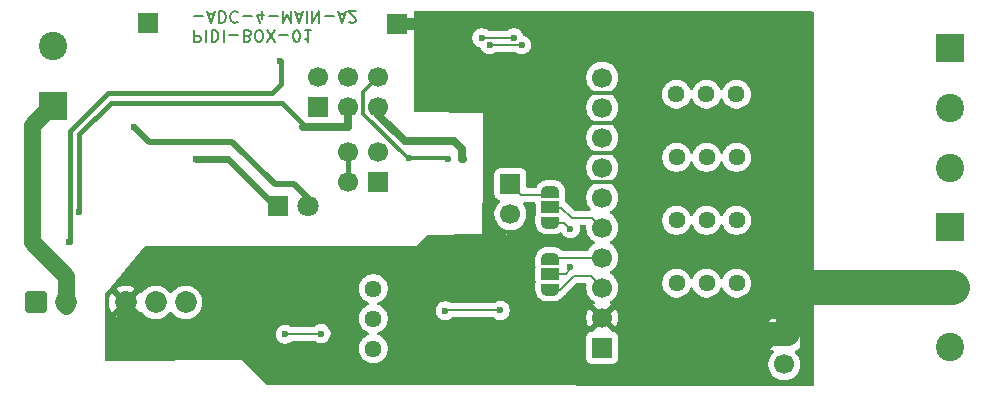
<source format=gbr>
%TF.GenerationSoftware,KiCad,Pcbnew,9.0.6*%
%TF.CreationDate,2025-12-26T20:15:28+00:00*%
%TF.ProjectId,PIDI-BOX-01-ADC-4-MAIN-A2,50494449-2d42-44f5-982d-30312d414443,rev?*%
%TF.SameCoordinates,Original*%
%TF.FileFunction,Copper,L2,Bot*%
%TF.FilePolarity,Positive*%
%FSLAX46Y46*%
G04 Gerber Fmt 4.6, Leading zero omitted, Abs format (unit mm)*
G04 Created by KiCad (PCBNEW 9.0.6) date 2025-12-26 20:15:28*
%MOMM*%
%LPD*%
G01*
G04 APERTURE LIST*
G04 Aperture macros list*
%AMRoundRect*
0 Rectangle with rounded corners*
0 $1 Rounding radius*
0 $2 $3 $4 $5 $6 $7 $8 $9 X,Y pos of 4 corners*
0 Add a 4 corners polygon primitive as box body*
4,1,4,$2,$3,$4,$5,$6,$7,$8,$9,$2,$3,0*
0 Add four circle primitives for the rounded corners*
1,1,$1+$1,$2,$3*
1,1,$1+$1,$4,$5*
1,1,$1+$1,$6,$7*
1,1,$1+$1,$8,$9*
0 Add four rect primitives between the rounded corners*
20,1,$1+$1,$2,$3,$4,$5,0*
20,1,$1+$1,$4,$5,$6,$7,0*
20,1,$1+$1,$6,$7,$8,$9,0*
20,1,$1+$1,$8,$9,$2,$3,0*%
%AMFreePoly0*
4,1,23,0.550000,-0.750000,0.000000,-0.750000,0.000000,-0.745722,-0.065263,-0.745722,-0.191342,-0.711940,-0.304381,-0.646677,-0.396677,-0.554381,-0.461940,-0.441342,-0.495722,-0.315263,-0.495722,-0.250000,-0.500000,-0.250000,-0.500000,0.250000,-0.495722,0.250000,-0.495722,0.315263,-0.461940,0.441342,-0.396677,0.554381,-0.304381,0.646677,-0.191342,0.711940,-0.065263,0.745722,0.000000,0.745722,
0.000000,0.750000,0.550000,0.750000,0.550000,-0.750000,0.550000,-0.750000,$1*%
%AMFreePoly1*
4,1,23,0.000000,0.745722,0.065263,0.745722,0.191342,0.711940,0.304381,0.646677,0.396677,0.554381,0.461940,0.441342,0.495722,0.315263,0.495722,0.250000,0.500000,0.250000,0.500000,-0.250000,0.495722,-0.250000,0.495722,-0.315263,0.461940,-0.441342,0.396677,-0.554381,0.304381,-0.646677,0.191342,-0.711940,0.065263,-0.745722,0.000000,-0.745722,0.000000,-0.750000,-0.550000,-0.750000,
-0.550000,0.750000,0.000000,0.750000,0.000000,0.745722,0.000000,0.745722,$1*%
G04 Aperture macros list end*
%ADD10C,0.150000*%
%TA.AperFunction,NonConductor*%
%ADD11C,0.150000*%
%TD*%
%TA.AperFunction,ComponentPad*%
%ADD12R,1.800000X1.800000*%
%TD*%
%TA.AperFunction,ComponentPad*%
%ADD13C,1.800000*%
%TD*%
%TA.AperFunction,ComponentPad*%
%ADD14R,1.700000X1.700000*%
%TD*%
%TA.AperFunction,ComponentPad*%
%ADD15C,1.700000*%
%TD*%
%TA.AperFunction,ComponentPad*%
%ADD16R,2.400000X2.400000*%
%TD*%
%TA.AperFunction,ComponentPad*%
%ADD17C,2.400000*%
%TD*%
%TA.AperFunction,ComponentPad*%
%ADD18C,1.440000*%
%TD*%
%TA.AperFunction,ComponentPad*%
%ADD19RoundRect,0.250000X0.675000X-0.675000X0.675000X0.675000X-0.675000X0.675000X-0.675000X-0.675000X0*%
%TD*%
%TA.AperFunction,ComponentPad*%
%ADD20C,1.850000*%
%TD*%
%TA.AperFunction,SMDPad,CuDef*%
%ADD21FreePoly0,90.000000*%
%TD*%
%TA.AperFunction,SMDPad,CuDef*%
%ADD22R,1.500000X1.000000*%
%TD*%
%TA.AperFunction,SMDPad,CuDef*%
%ADD23FreePoly1,90.000000*%
%TD*%
%TA.AperFunction,SMDPad,CuDef*%
%ADD24FreePoly0,270.000000*%
%TD*%
%TA.AperFunction,SMDPad,CuDef*%
%ADD25FreePoly1,270.000000*%
%TD*%
%TA.AperFunction,ViaPad*%
%ADD26C,0.600000*%
%TD*%
%TA.AperFunction,ViaPad*%
%ADD27C,0.800000*%
%TD*%
%TA.AperFunction,Conductor*%
%ADD28C,0.200000*%
%TD*%
%TA.AperFunction,Conductor*%
%ADD29C,0.300000*%
%TD*%
%TA.AperFunction,Conductor*%
%ADD30C,0.600000*%
%TD*%
%TA.AperFunction,Conductor*%
%ADD31C,0.400000*%
%TD*%
%TA.AperFunction,Conductor*%
%ADD32C,2.000000*%
%TD*%
%TA.AperFunction,Conductor*%
%ADD33C,1.500000*%
%TD*%
%TA.AperFunction,Conductor*%
%ADD34C,1.000000*%
%TD*%
%TA.AperFunction,Conductor*%
%ADD35C,0.700000*%
%TD*%
%TA.AperFunction,Conductor*%
%ADD36C,3.000000*%
%TD*%
%TA.AperFunction,Conductor*%
%ADD37C,1.400000*%
%TD*%
%TA.AperFunction,Conductor*%
%ADD38C,0.500000*%
%TD*%
G04 APERTURE END LIST*
D10*
D11*
X123983979Y-58331324D02*
X123983979Y-59331324D01*
X123983979Y-59331324D02*
X124364931Y-59331324D01*
X124364931Y-59331324D02*
X124460169Y-59283705D01*
X124460169Y-59283705D02*
X124507788Y-59236086D01*
X124507788Y-59236086D02*
X124555407Y-59140848D01*
X124555407Y-59140848D02*
X124555407Y-58997991D01*
X124555407Y-58997991D02*
X124507788Y-58902753D01*
X124507788Y-58902753D02*
X124460169Y-58855134D01*
X124460169Y-58855134D02*
X124364931Y-58807515D01*
X124364931Y-58807515D02*
X123983979Y-58807515D01*
X124983979Y-58331324D02*
X124983979Y-59331324D01*
X125460169Y-58331324D02*
X125460169Y-59331324D01*
X125460169Y-59331324D02*
X125698264Y-59331324D01*
X125698264Y-59331324D02*
X125841121Y-59283705D01*
X125841121Y-59283705D02*
X125936359Y-59188467D01*
X125936359Y-59188467D02*
X125983978Y-59093229D01*
X125983978Y-59093229D02*
X126031597Y-58902753D01*
X126031597Y-58902753D02*
X126031597Y-58759896D01*
X126031597Y-58759896D02*
X125983978Y-58569420D01*
X125983978Y-58569420D02*
X125936359Y-58474182D01*
X125936359Y-58474182D02*
X125841121Y-58378944D01*
X125841121Y-58378944D02*
X125698264Y-58331324D01*
X125698264Y-58331324D02*
X125460169Y-58331324D01*
X126460169Y-58331324D02*
X126460169Y-59331324D01*
X126936359Y-58712277D02*
X127698264Y-58712277D01*
X128507787Y-58855134D02*
X128650644Y-58807515D01*
X128650644Y-58807515D02*
X128698263Y-58759896D01*
X128698263Y-58759896D02*
X128745882Y-58664658D01*
X128745882Y-58664658D02*
X128745882Y-58521801D01*
X128745882Y-58521801D02*
X128698263Y-58426563D01*
X128698263Y-58426563D02*
X128650644Y-58378944D01*
X128650644Y-58378944D02*
X128555406Y-58331324D01*
X128555406Y-58331324D02*
X128174454Y-58331324D01*
X128174454Y-58331324D02*
X128174454Y-59331324D01*
X128174454Y-59331324D02*
X128507787Y-59331324D01*
X128507787Y-59331324D02*
X128603025Y-59283705D01*
X128603025Y-59283705D02*
X128650644Y-59236086D01*
X128650644Y-59236086D02*
X128698263Y-59140848D01*
X128698263Y-59140848D02*
X128698263Y-59045610D01*
X128698263Y-59045610D02*
X128650644Y-58950372D01*
X128650644Y-58950372D02*
X128603025Y-58902753D01*
X128603025Y-58902753D02*
X128507787Y-58855134D01*
X128507787Y-58855134D02*
X128174454Y-58855134D01*
X129364930Y-59331324D02*
X129555406Y-59331324D01*
X129555406Y-59331324D02*
X129650644Y-59283705D01*
X129650644Y-59283705D02*
X129745882Y-59188467D01*
X129745882Y-59188467D02*
X129793501Y-58997991D01*
X129793501Y-58997991D02*
X129793501Y-58664658D01*
X129793501Y-58664658D02*
X129745882Y-58474182D01*
X129745882Y-58474182D02*
X129650644Y-58378944D01*
X129650644Y-58378944D02*
X129555406Y-58331324D01*
X129555406Y-58331324D02*
X129364930Y-58331324D01*
X129364930Y-58331324D02*
X129269692Y-58378944D01*
X129269692Y-58378944D02*
X129174454Y-58474182D01*
X129174454Y-58474182D02*
X129126835Y-58664658D01*
X129126835Y-58664658D02*
X129126835Y-58997991D01*
X129126835Y-58997991D02*
X129174454Y-59188467D01*
X129174454Y-59188467D02*
X129269692Y-59283705D01*
X129269692Y-59283705D02*
X129364930Y-59331324D01*
X130126835Y-59331324D02*
X130793501Y-58331324D01*
X130793501Y-59331324D02*
X130126835Y-58331324D01*
X131174454Y-58712277D02*
X131936359Y-58712277D01*
X132603025Y-59331324D02*
X132698263Y-59331324D01*
X132698263Y-59331324D02*
X132793501Y-59283705D01*
X132793501Y-59283705D02*
X132841120Y-59236086D01*
X132841120Y-59236086D02*
X132888739Y-59140848D01*
X132888739Y-59140848D02*
X132936358Y-58950372D01*
X132936358Y-58950372D02*
X132936358Y-58712277D01*
X132936358Y-58712277D02*
X132888739Y-58521801D01*
X132888739Y-58521801D02*
X132841120Y-58426563D01*
X132841120Y-58426563D02*
X132793501Y-58378944D01*
X132793501Y-58378944D02*
X132698263Y-58331324D01*
X132698263Y-58331324D02*
X132603025Y-58331324D01*
X132603025Y-58331324D02*
X132507787Y-58378944D01*
X132507787Y-58378944D02*
X132460168Y-58426563D01*
X132460168Y-58426563D02*
X132412549Y-58521801D01*
X132412549Y-58521801D02*
X132364930Y-58712277D01*
X132364930Y-58712277D02*
X132364930Y-58950372D01*
X132364930Y-58950372D02*
X132412549Y-59140848D01*
X132412549Y-59140848D02*
X132460168Y-59236086D01*
X132460168Y-59236086D02*
X132507787Y-59283705D01*
X132507787Y-59283705D02*
X132603025Y-59331324D01*
X133888739Y-58331324D02*
X133317311Y-58331324D01*
X133603025Y-58331324D02*
X133603025Y-59331324D01*
X133603025Y-59331324D02*
X133507787Y-59188467D01*
X133507787Y-59188467D02*
X133412549Y-59093229D01*
X133412549Y-59093229D02*
X133317311Y-59045610D01*
X123983979Y-57102333D02*
X124745884Y-57102333D01*
X125174455Y-57007095D02*
X125650645Y-57007095D01*
X125079217Y-56721380D02*
X125412550Y-57721380D01*
X125412550Y-57721380D02*
X125745883Y-56721380D01*
X126079217Y-56721380D02*
X126079217Y-57721380D01*
X126079217Y-57721380D02*
X126317312Y-57721380D01*
X126317312Y-57721380D02*
X126460169Y-57673761D01*
X126460169Y-57673761D02*
X126555407Y-57578523D01*
X126555407Y-57578523D02*
X126603026Y-57483285D01*
X126603026Y-57483285D02*
X126650645Y-57292809D01*
X126650645Y-57292809D02*
X126650645Y-57149952D01*
X126650645Y-57149952D02*
X126603026Y-56959476D01*
X126603026Y-56959476D02*
X126555407Y-56864238D01*
X126555407Y-56864238D02*
X126460169Y-56769000D01*
X126460169Y-56769000D02*
X126317312Y-56721380D01*
X126317312Y-56721380D02*
X126079217Y-56721380D01*
X127650645Y-56816619D02*
X127603026Y-56769000D01*
X127603026Y-56769000D02*
X127460169Y-56721380D01*
X127460169Y-56721380D02*
X127364931Y-56721380D01*
X127364931Y-56721380D02*
X127222074Y-56769000D01*
X127222074Y-56769000D02*
X127126836Y-56864238D01*
X127126836Y-56864238D02*
X127079217Y-56959476D01*
X127079217Y-56959476D02*
X127031598Y-57149952D01*
X127031598Y-57149952D02*
X127031598Y-57292809D01*
X127031598Y-57292809D02*
X127079217Y-57483285D01*
X127079217Y-57483285D02*
X127126836Y-57578523D01*
X127126836Y-57578523D02*
X127222074Y-57673761D01*
X127222074Y-57673761D02*
X127364931Y-57721380D01*
X127364931Y-57721380D02*
X127460169Y-57721380D01*
X127460169Y-57721380D02*
X127603026Y-57673761D01*
X127603026Y-57673761D02*
X127650645Y-57626142D01*
X128079217Y-57102333D02*
X128841122Y-57102333D01*
X129745883Y-57388047D02*
X129745883Y-56721380D01*
X129507788Y-57769000D02*
X129269693Y-57054714D01*
X129269693Y-57054714D02*
X129888740Y-57054714D01*
X130269693Y-57102333D02*
X131031598Y-57102333D01*
X131507788Y-56721380D02*
X131507788Y-57721380D01*
X131507788Y-57721380D02*
X131841121Y-57007095D01*
X131841121Y-57007095D02*
X132174454Y-57721380D01*
X132174454Y-57721380D02*
X132174454Y-56721380D01*
X132603026Y-57007095D02*
X133079216Y-57007095D01*
X132507788Y-56721380D02*
X132841121Y-57721380D01*
X132841121Y-57721380D02*
X133174454Y-56721380D01*
X133507788Y-56721380D02*
X133507788Y-57721380D01*
X133983978Y-56721380D02*
X133983978Y-57721380D01*
X133983978Y-57721380D02*
X134555406Y-56721380D01*
X134555406Y-56721380D02*
X134555406Y-57721380D01*
X135031597Y-57102333D02*
X135793502Y-57102333D01*
X136222073Y-57007095D02*
X136698263Y-57007095D01*
X136126835Y-56721380D02*
X136460168Y-57721380D01*
X136460168Y-57721380D02*
X136793501Y-56721380D01*
X137079216Y-57626142D02*
X137126835Y-57673761D01*
X137126835Y-57673761D02*
X137222073Y-57721380D01*
X137222073Y-57721380D02*
X137460168Y-57721380D01*
X137460168Y-57721380D02*
X137555406Y-57673761D01*
X137555406Y-57673761D02*
X137603025Y-57626142D01*
X137603025Y-57626142D02*
X137650644Y-57530904D01*
X137650644Y-57530904D02*
X137650644Y-57435666D01*
X137650644Y-57435666D02*
X137603025Y-57292809D01*
X137603025Y-57292809D02*
X137031597Y-56721380D01*
X137031597Y-56721380D02*
X137650644Y-56721380D01*
D12*
%TO.P,D3,1,K*%
%TO.N,Net-(D2-K)*%
X131030000Y-73200000D03*
D13*
%TO.P,D3,2,A*%
%TO.N,Net-(D3-A)*%
X133570000Y-73200000D03*
%TD*%
D14*
%TO.P,J10,1,Pin_1*%
%TO.N,Net-(D2-K)*%
X120075000Y-57750000D03*
%TD*%
%TO.P,J1,1,Pin_1*%
%TO.N,+3V3*%
X158521400Y-85217000D03*
D15*
%TO.P,J1,2,Pin_2*%
%TO.N,GND*%
X158521400Y-82677000D03*
%TO.P,J1,3,Pin_3*%
%TO.N,SCL2*%
X158521400Y-80137000D03*
%TO.P,J1,4,Pin_4*%
%TO.N,SDA2*%
X158521400Y-77597000D03*
%TO.P,J1,5,Pin_5*%
%TO.N,ADDR*%
X158521400Y-75057000D03*
%TO.P,J1,6,Pin_6*%
%TO.N,RDY*%
X158521400Y-72517000D03*
%TO.P,J1,7,Pin_7*%
%TO.N,AIN0*%
X158521400Y-69977000D03*
%TO.P,J1,8,Pin_8*%
%TO.N,AIN1*%
X158521400Y-67437000D03*
%TO.P,J1,9,Pin_9*%
%TO.N,AIN2*%
X158521400Y-64897000D03*
%TO.P,J1,10,Pin_10*%
%TO.N,AIN3*%
X158521400Y-62357000D03*
%TD*%
D16*
%TO.P,J6,1,1*%
%TO.N,Net-(J6-Pad1)*%
X187960000Y-59817000D03*
D17*
%TO.P,J6,2,2*%
%TO.N,Net-(J6-Pad2)*%
X187960000Y-64897000D03*
%TO.P,J6,3,3*%
%TO.N,Net-(J6-Pad3)*%
X187960000Y-69977000D03*
%TD*%
D16*
%TO.P,J7,1,1*%
%TO.N,Net-(J7-Pad1)*%
X187960000Y-75006200D03*
D17*
%TO.P,J7,2,2*%
%TO.N,GND*%
X187960000Y-80086200D03*
%TO.P,J7,3,3*%
%TO.N,+4-7Vext*%
X187960000Y-85166200D03*
%TD*%
D14*
%TO.P,J3,1,Pin_1*%
%TO.N,Net-(J3-Pin_1)*%
X139500000Y-71150000D03*
D15*
%TO.P,J3,2,Pin_2*%
%TO.N,Net-(J3-Pin_2)*%
X136960000Y-71150000D03*
%TO.P,J3,3,Pin_3*%
%TO.N,Net-(J3-Pin_3)*%
X139500000Y-68610000D03*
%TO.P,J3,4,Pin_4*%
%TO.N,Net-(J3-Pin_2)*%
X136960000Y-68610000D03*
%TD*%
D16*
%TO.P,J8,1,1*%
%TO.N,Net-(D2-K)*%
X111988600Y-64770000D03*
D17*
%TO.P,J8,2,2*%
%TO.N,Net-(D4-A)*%
X111988600Y-59690000D03*
%TD*%
D14*
%TO.P,J9,1,Pin_1*%
%TO.N,GND*%
X141150000Y-57800000D03*
%TD*%
D18*
%TO.P,RV1,1,1*%
%TO.N,Net-(R6-Pad1)*%
X139136200Y-80213200D03*
%TO.P,RV1,2,2*%
%TO.N,Net-(U3-ADJ)*%
X139136200Y-82753200D03*
%TO.P,RV1,3,3*%
%TO.N,Net-(R5-Pad2)*%
X139136200Y-85293200D03*
%TD*%
D14*
%TO.P,J5,1,Pin_1*%
%TO.N,Net-(J5-Pin_1)*%
X150749000Y-71369000D03*
D15*
%TO.P,J5,2,Pin_2*%
%TO.N,+3V3*%
X150749000Y-73909000D03*
%TD*%
D18*
%TO.P,RV3,1,1*%
%TO.N,Net-(R21-Pad2)*%
X164820000Y-69100000D03*
%TO.P,RV3,2,2*%
%TO.N,Net-(R12-Pad1)*%
X167360000Y-69100000D03*
%TO.P,RV3,3,3*%
%TO.N,Net-(R16-Pad1)*%
X169900000Y-69100000D03*
%TD*%
D19*
%TO.P,PS1,1,+Vin*%
%TO.N,Net-(PS1-+Vin)*%
X110550800Y-81385600D03*
D20*
%TO.P,PS1,2,-Vin*%
%TO.N,Net-(D2-K)*%
X113090800Y-81385600D03*
%TO.P,PS1,4,-Vout*%
%TO.N,GND*%
X118170800Y-81385600D03*
%TO.P,PS1,5,0V*%
%TO.N,unconnected-(PS1-0V-Pad5)*%
X120710800Y-81385600D03*
%TO.P,PS1,6,+Vout*%
%TO.N,+9V*%
X123250800Y-81385600D03*
%TD*%
D18*
%TO.P,RV4,1,1*%
%TO.N,Net-(R22-Pad2)*%
X164820000Y-74425000D03*
%TO.P,RV4,2,2*%
%TO.N,Net-(R13-Pad1)*%
X167360000Y-74425000D03*
%TO.P,RV4,3,3*%
%TO.N,Net-(R17-Pad1)*%
X169900000Y-74425000D03*
%TD*%
D14*
%TO.P,J2,1,Pin_1*%
%TO.N,/+5V I2C BUS*%
X134467600Y-64846200D03*
D15*
%TO.P,J2,2,Pin_2*%
%TO.N,Net-(J2-Pin_2)*%
X134467600Y-62306200D03*
%TO.P,J2,3,Pin_3*%
%TO.N,Net-(IC1-E)*%
X137007600Y-64846200D03*
%TO.P,J2,4,Pin_4*%
%TO.N,Net-(J2-Pin_4)*%
X137007600Y-62306200D03*
%TO.P,J2,5,Pin_5*%
%TO.N,Net-(IC1-E)*%
X139547600Y-64846200D03*
%TO.P,J2,6,Pin_6*%
%TO.N,Net-(J2-Pin_6)*%
X139547600Y-62306200D03*
%TD*%
D18*
%TO.P,RV5,1,1*%
%TO.N,Net-(R23-Pad2)*%
X164820000Y-79750000D03*
%TO.P,RV5,2,2*%
%TO.N,Net-(R14-Pad1)*%
X167360000Y-79750000D03*
%TO.P,RV5,3,3*%
%TO.N,Net-(R18-Pad1)*%
X169900000Y-79750000D03*
%TD*%
D14*
%TO.P,J4,1,Pin_1*%
%TO.N,GND*%
X173939200Y-84099400D03*
D15*
%TO.P,J4,2,Pin_2*%
%TO.N,+4-7Vext*%
X173939200Y-86639400D03*
%TD*%
D18*
%TO.P,RV2,1,1*%
%TO.N,Net-(R20-Pad2)*%
X164810000Y-63750000D03*
%TO.P,RV2,2,2*%
%TO.N,Net-(R11-Pad1)*%
X167350000Y-63750000D03*
%TO.P,RV2,3,3*%
%TO.N,Net-(R15-Pad1)*%
X169890000Y-63750000D03*
%TD*%
D21*
%TO.P,JP3,1,A*%
%TO.N,SCL2*%
X154117300Y-80294000D03*
D22*
%TO.P,JP3,2,C*%
%TO.N,Net-(JP3-C)*%
X154117300Y-78994000D03*
D23*
%TO.P,JP3,3,B*%
%TO.N,SDA2*%
X154117300Y-77694000D03*
%TD*%
D24*
%TO.P,JP4,1,A*%
%TO.N,Net-(J5-Pin_1)*%
X154127200Y-72025200D03*
D22*
%TO.P,JP4,2,C*%
%TO.N,ADDR*%
X154127200Y-73325200D03*
D25*
%TO.P,JP4,3,B*%
%TO.N,Net-(JP3-C)*%
X154127200Y-74625200D03*
%TD*%
D26*
%TO.N,GND*%
X155905200Y-71831200D03*
X151688800Y-80924400D03*
D27*
X162407600Y-84683600D03*
D26*
X174218600Y-82092800D03*
X175920400Y-69494400D03*
X154914600Y-59994800D03*
X128066800Y-80619600D03*
X137160000Y-78181200D03*
X175768000Y-63500000D03*
X128066800Y-79806800D03*
X153162000Y-66954400D03*
X146735800Y-61137800D03*
X147904200Y-76581000D03*
X128050000Y-79044800D03*
X150342600Y-65963800D03*
X156718000Y-65328800D03*
X157149800Y-58191400D03*
X151180800Y-80416400D03*
X144526000Y-84277200D03*
X150585200Y-77266800D03*
X175234600Y-76784200D03*
X145135600Y-80416400D03*
X154432000Y-61061600D03*
%TO.N,Net-(IC1-E)*%
X114225000Y-73750000D03*
X146650000Y-69250000D03*
X133172200Y-66550000D03*
%TO.N,Net-(D2-K)*%
X124155200Y-69265800D03*
%TO.N,Net-(J2-Pin_6)*%
X145450000Y-69250000D03*
X142184000Y-69189600D03*
%TO.N,SCL2*%
X148310600Y-58978800D03*
X151053800Y-58978800D03*
%TO.N,Net-(IC1-C)*%
X113385600Y-76301600D03*
X131267200Y-60909200D03*
%TO.N,SDA2*%
X148996400Y-59588400D03*
X151688800Y-59588400D03*
%TO.N,Net-(D3-A)*%
X118850000Y-66500000D03*
%TO.N,Net-(Q1-C)*%
X149885400Y-82067400D03*
X131673600Y-84074000D03*
X145237200Y-82092800D03*
X134721600Y-84023200D03*
%TO.N,Net-(JP3-C)*%
X155829000Y-78384400D03*
X155829000Y-75133200D03*
%TD*%
D28*
%TO.N,GND*%
X162255200Y-63398400D02*
X162407600Y-63246000D01*
X150342600Y-65963800D02*
X154222200Y-65963800D01*
D29*
X157505400Y-63627000D02*
X162026600Y-63627000D01*
X156438600Y-71247000D02*
X155905200Y-71780400D01*
D30*
X151688800Y-80924400D02*
X151688800Y-84023200D01*
D28*
X154838400Y-60071000D02*
X154432000Y-60071000D01*
D31*
X157149800Y-58191400D02*
X160959800Y-58191400D01*
D32*
X174294800Y-80111600D02*
X171551600Y-77368400D01*
D29*
X156438600Y-71247000D02*
X157302200Y-71247000D01*
X153238200Y-66878200D02*
X153238200Y-65963800D01*
D28*
X154857200Y-65328800D02*
X156718000Y-65328800D01*
D31*
X160959800Y-58191400D02*
X162407600Y-59639200D01*
D30*
X147523200Y-76657200D02*
X147523200Y-79095600D01*
X137083800Y-87122000D02*
X130244400Y-87122000D01*
D33*
X118200000Y-81414800D02*
X118170800Y-81385600D01*
X162433000Y-77038200D02*
X162433000Y-67577000D01*
D30*
X148844000Y-80416400D02*
X151180800Y-80416400D01*
D33*
X127450000Y-84850000D02*
X127210000Y-85090000D01*
X128066800Y-79806800D02*
X128066800Y-84233200D01*
D34*
X145633200Y-57800000D02*
X141150000Y-57800000D01*
D30*
X144119600Y-84277200D02*
X141274800Y-87122000D01*
D29*
X157302200Y-71247000D02*
X157327600Y-71221600D01*
X162153600Y-68707000D02*
X162433000Y-68427600D01*
D34*
X146735800Y-61137800D02*
X146735800Y-58902600D01*
D29*
X157022800Y-68707000D02*
X162153600Y-68707000D01*
D30*
X130244400Y-87122000D02*
X127711200Y-84588800D01*
D28*
X154222200Y-65963800D02*
X154400000Y-65786000D01*
D30*
X169316400Y-87376000D02*
X155041600Y-87376000D01*
D33*
X128066800Y-79779200D02*
X128066800Y-79806800D01*
D30*
X147904200Y-76581000D02*
X147599400Y-76581000D01*
D29*
X154432000Y-60071000D02*
X154432000Y-59169600D01*
X153162000Y-66954400D02*
X153238200Y-66878200D01*
D33*
X128066800Y-79806800D02*
X128066800Y-79061600D01*
D28*
X162356800Y-65887600D02*
X162407600Y-65836800D01*
D33*
X128066800Y-79061600D02*
X128050000Y-79044800D01*
D29*
X137160000Y-87045800D02*
X137083800Y-87122000D01*
D30*
X141274800Y-87122000D02*
X137083800Y-87122000D01*
D33*
X127210000Y-85090000D02*
X119540000Y-85090000D01*
D29*
X137160000Y-78181200D02*
X137160000Y-87045800D01*
D30*
X151180800Y-80416400D02*
X151688800Y-80924400D01*
D33*
X128050000Y-79762400D02*
X128066800Y-79779200D01*
D32*
X174218600Y-84074000D02*
X174218600Y-80111600D01*
D35*
X148869400Y-64947800D02*
X148869400Y-75615800D01*
X146735800Y-62814200D02*
X148869400Y-64947800D01*
D29*
X157454600Y-66167000D02*
X162077400Y-66167000D01*
X156718000Y-65328800D02*
X156718000Y-65430400D01*
D30*
X147904200Y-76581000D02*
X148082000Y-76403200D01*
D35*
X148869400Y-75615800D02*
X148082000Y-76403200D01*
D28*
X162407600Y-84683600D02*
X162407600Y-84326600D01*
D33*
X119540000Y-85090000D02*
X118200000Y-83750000D01*
D32*
X188112400Y-80111600D02*
X188163200Y-80060800D01*
D30*
X151688800Y-84023200D02*
X151434800Y-84277200D01*
D32*
X172593000Y-84099400D02*
X169316400Y-87376000D01*
D29*
X157327600Y-71221600D02*
X162102800Y-71221600D01*
D28*
X158275000Y-82435000D02*
X158085200Y-82245200D01*
D30*
X155041600Y-87376000D02*
X151688800Y-84023200D01*
D33*
X128066800Y-84233200D02*
X127711200Y-84588800D01*
X127711200Y-84588800D02*
X127450000Y-84850000D01*
D30*
X147599400Y-76581000D02*
X147523200Y-76657200D01*
D28*
X154400000Y-65786000D02*
X154857200Y-65328800D01*
D29*
X162026600Y-63627000D02*
X162255200Y-63398400D01*
X154400000Y-65786000D02*
X154432000Y-65754000D01*
X155905200Y-71780400D02*
X155905200Y-71831200D01*
D33*
X118200000Y-83750000D02*
X118200000Y-81414800D01*
D29*
X156718000Y-65430400D02*
X157454600Y-66167000D01*
D30*
X151434800Y-84277200D02*
X144119600Y-84277200D01*
D29*
X155257800Y-58242200D02*
X154400000Y-59100000D01*
X157099000Y-58242200D02*
X155257800Y-58242200D01*
D35*
X146735800Y-61137800D02*
X146735800Y-62814200D01*
D29*
X162433000Y-67577000D02*
X162407600Y-67551600D01*
D32*
X162763200Y-77368400D02*
X162661600Y-77266800D01*
D29*
X162890200Y-77495400D02*
X162763200Y-77368400D01*
X162077400Y-66167000D02*
X162356800Y-65887600D01*
D30*
X162407600Y-84683600D02*
X162250000Y-84841200D01*
D29*
X156489400Y-71297800D02*
X156438600Y-71247000D01*
X156794200Y-71297800D02*
X156489400Y-71297800D01*
D30*
X162250000Y-84841200D02*
X162250000Y-87325000D01*
D29*
X154432000Y-59169600D02*
X154381200Y-59118800D01*
D36*
X174294800Y-80111600D02*
X188112400Y-80111600D01*
D28*
X158490000Y-82435000D02*
X158425000Y-82500000D01*
D33*
X162407600Y-67551600D02*
X162407600Y-59639200D01*
D28*
X154914600Y-59994800D02*
X154838400Y-60071000D01*
D34*
X146735800Y-58902600D02*
X145633200Y-57800000D01*
D29*
X154432000Y-65754000D02*
X154432000Y-60071000D01*
D28*
X154400000Y-65818000D02*
X154400000Y-65786000D01*
D29*
X162102800Y-71221600D02*
X162306000Y-71018400D01*
D32*
X173939200Y-84099400D02*
X172593000Y-84099400D01*
D28*
X153162000Y-66954400D02*
X153194800Y-66921600D01*
D32*
X171551600Y-77368400D02*
X162763200Y-77368400D01*
D30*
X147523200Y-79095600D02*
X148844000Y-80416400D01*
D31*
%TO.N,Net-(J3-Pin_2)*%
X136960000Y-68610000D02*
X136960000Y-71150000D01*
%TO.N,Net-(IC1-E)*%
X114250000Y-67156800D02*
X114250000Y-73725000D01*
X133172200Y-66247200D02*
X131415600Y-64490600D01*
X133172200Y-66550000D02*
X133172200Y-66247200D01*
D35*
X133172200Y-66550000D02*
X137007600Y-66550000D01*
X137007600Y-66550000D02*
X137007600Y-64846200D01*
X145999200Y-67716400D02*
X146650000Y-68367200D01*
X141782800Y-67716400D02*
X145999200Y-67716400D01*
D31*
X131415600Y-64490600D02*
X116916200Y-64490600D01*
X114250000Y-73725000D02*
X114225000Y-73750000D01*
D35*
X146650000Y-68367200D02*
X146650000Y-69250000D01*
X139547600Y-64846200D02*
X139547600Y-65481200D01*
D31*
X116916200Y-64490600D02*
X114250000Y-67156800D01*
D35*
X146650000Y-69250000D02*
X146700000Y-69250000D01*
X139547600Y-65481200D02*
X141782800Y-67716400D01*
D30*
%TO.N,Net-(D2-K)*%
X130835000Y-73200000D02*
X131030000Y-73200000D01*
X126815800Y-69265800D02*
X130200000Y-72650000D01*
X130285000Y-72650000D02*
X130835000Y-73200000D01*
D37*
X113100000Y-79150000D02*
X113100000Y-81647500D01*
X111988600Y-64770000D02*
X111861600Y-64770000D01*
X111861600Y-64770000D02*
X110236000Y-66395600D01*
X113100000Y-81647500D02*
X113120000Y-81667500D01*
X110236000Y-76286000D02*
X113100000Y-79150000D01*
D30*
X130200000Y-72650000D02*
X130285000Y-72650000D01*
D37*
X110236000Y-66395600D02*
X110236000Y-76286000D01*
D30*
X124155200Y-69265800D02*
X126815800Y-69265800D01*
D29*
%TO.N,Net-(J2-Pin_6)*%
X145450000Y-69250000D02*
X145389600Y-69189600D01*
X138303000Y-65455800D02*
X138303000Y-63550800D01*
X142036800Y-69189600D02*
X138303000Y-65455800D01*
X145389600Y-69189600D02*
X142184000Y-69189600D01*
X138303000Y-63550800D02*
X139547600Y-62306200D01*
X142184000Y-69189600D02*
X142036800Y-69189600D01*
D28*
%TO.N,SCL2*%
X156108400Y-79146400D02*
X157530800Y-79146400D01*
X158517000Y-80137000D02*
X158275000Y-79895000D01*
X154117300Y-80294000D02*
X154960800Y-80294000D01*
X148310600Y-58978800D02*
X151053800Y-58978800D01*
X154960800Y-80294000D02*
X156108400Y-79146400D01*
X157530800Y-79146400D02*
X158521400Y-80137000D01*
X158521400Y-80137000D02*
X158517000Y-80137000D01*
D31*
%TO.N,Net-(IC1-C)*%
X116636800Y-63652400D02*
X113450000Y-66839200D01*
X113450000Y-76237200D02*
X113385600Y-76301600D01*
X130530600Y-63652400D02*
X116636800Y-63652400D01*
X131292600Y-62890400D02*
X130530600Y-63652400D01*
X131292600Y-60934600D02*
X131292600Y-62890400D01*
X131267200Y-60909200D02*
X131292600Y-60934600D01*
X113450000Y-66839200D02*
X113450000Y-76237200D01*
D28*
%TO.N,SDA2*%
X158154200Y-77597000D02*
X158149800Y-77601400D01*
X154214300Y-77597000D02*
X158521400Y-77597000D01*
X154117300Y-77694000D02*
X154214300Y-77597000D01*
X151688800Y-59588400D02*
X148996400Y-59588400D01*
%TO.N,ADDR*%
X157683200Y-74218800D02*
X158275000Y-74810600D01*
X154157200Y-73355200D02*
X155067000Y-73355200D01*
X155067000Y-73355200D02*
X155930600Y-74218800D01*
X155930600Y-74218800D02*
X157683200Y-74218800D01*
X154127200Y-73325200D02*
X154157200Y-73355200D01*
X158275000Y-74810600D02*
X158275000Y-74815000D01*
D38*
%TO.N,Net-(D3-A)*%
X130800000Y-71400000D02*
X132395000Y-71400000D01*
X132395000Y-71400000D02*
X133570000Y-72575000D01*
X133570000Y-72575000D02*
X133570000Y-73305000D01*
X133570000Y-73305000D02*
X133525000Y-73350000D01*
X127218000Y-67818000D02*
X130800000Y-71400000D01*
X118850000Y-66500000D02*
X120168000Y-67818000D01*
X120168000Y-67818000D02*
X127218000Y-67818000D01*
D28*
%TO.N,RDY*%
X158275000Y-73068200D02*
X158275000Y-72275000D01*
%TO.N,Net-(Q1-C)*%
X145288000Y-82042000D02*
X145237200Y-82092800D01*
X149885400Y-82067400D02*
X149860000Y-82042000D01*
X149860000Y-82042000D02*
X145288000Y-82042000D01*
X134670800Y-84074000D02*
X134721600Y-84023200D01*
X131673600Y-84074000D02*
X134670800Y-84074000D01*
%TO.N,Net-(J5-Pin_1)*%
X151668400Y-72288400D02*
X153864000Y-72288400D01*
X150749000Y-71369000D02*
X151668400Y-72288400D01*
X153864000Y-72288400D02*
X154127200Y-72025200D01*
%TO.N,Net-(JP3-C)*%
X155829000Y-78587600D02*
X155422600Y-78994000D01*
X155422600Y-78994000D02*
X154117300Y-78994000D01*
X155321000Y-74625200D02*
X154127200Y-74625200D01*
X155829000Y-75133200D02*
X155321000Y-74625200D01*
X155829000Y-78384400D02*
X155829000Y-78587600D01*
%TD*%
%TA.AperFunction,Conductor*%
%TO.N,GND*%
G36*
X152552400Y-75641200D02*
G01*
X152552400Y-88392000D01*
X151891524Y-88390504D01*
X150250866Y-88386792D01*
X130148277Y-88341311D01*
X130081283Y-88321474D01*
X130062989Y-88307054D01*
X127914400Y-86258400D01*
X116558423Y-86333771D01*
X116491254Y-86314532D01*
X116445150Y-86262033D01*
X116433600Y-86209774D01*
X116433600Y-83995153D01*
X130873100Y-83995153D01*
X130873100Y-84152846D01*
X130903861Y-84307489D01*
X130903864Y-84307501D01*
X130964202Y-84453172D01*
X130964209Y-84453185D01*
X131051810Y-84584288D01*
X131051813Y-84584292D01*
X131163307Y-84695786D01*
X131163311Y-84695789D01*
X131294414Y-84783390D01*
X131294427Y-84783397D01*
X131394126Y-84824693D01*
X131440103Y-84843737D01*
X131594753Y-84874499D01*
X131594756Y-84874500D01*
X131594758Y-84874500D01*
X131752444Y-84874500D01*
X131752445Y-84874499D01*
X131907097Y-84843737D01*
X132052779Y-84783394D01*
X132128805Y-84732595D01*
X132184475Y-84695398D01*
X132251153Y-84674520D01*
X132253366Y-84674500D01*
X134217862Y-84674500D01*
X134284901Y-84694185D01*
X134286753Y-84695398D01*
X134342421Y-84732594D01*
X134488103Y-84792937D01*
X134642753Y-84823699D01*
X134642756Y-84823700D01*
X134642758Y-84823700D01*
X134800444Y-84823700D01*
X134800445Y-84823699D01*
X134955097Y-84792937D01*
X135100779Y-84732594D01*
X135231889Y-84644989D01*
X135343389Y-84533489D01*
X135430994Y-84402379D01*
X135491337Y-84256697D01*
X135522100Y-84102042D01*
X135522100Y-83944358D01*
X135522100Y-83944355D01*
X135522099Y-83944353D01*
X135491338Y-83789710D01*
X135491337Y-83789703D01*
X135491335Y-83789698D01*
X135430997Y-83644027D01*
X135430990Y-83644014D01*
X135343389Y-83512911D01*
X135343386Y-83512907D01*
X135231892Y-83401413D01*
X135231888Y-83401410D01*
X135100785Y-83313809D01*
X135100772Y-83313802D01*
X134955101Y-83253464D01*
X134955089Y-83253461D01*
X134800445Y-83222700D01*
X134800442Y-83222700D01*
X134642758Y-83222700D01*
X134642755Y-83222700D01*
X134488110Y-83253461D01*
X134488098Y-83253464D01*
X134342427Y-83313802D01*
X134342414Y-83313809D01*
X134211311Y-83401410D01*
X134211307Y-83401413D01*
X134175542Y-83437180D01*
X134114220Y-83470666D01*
X134087860Y-83473500D01*
X132253366Y-83473500D01*
X132186327Y-83453815D01*
X132184475Y-83452602D01*
X132052785Y-83364609D01*
X132052772Y-83364602D01*
X131907101Y-83304264D01*
X131907089Y-83304261D01*
X131752445Y-83273500D01*
X131752442Y-83273500D01*
X131594758Y-83273500D01*
X131594755Y-83273500D01*
X131440110Y-83304261D01*
X131440098Y-83304264D01*
X131294427Y-83364602D01*
X131294414Y-83364609D01*
X131163311Y-83452210D01*
X131163307Y-83452213D01*
X131051813Y-83563707D01*
X131051810Y-83563711D01*
X130964209Y-83694814D01*
X130964202Y-83694827D01*
X130903864Y-83840498D01*
X130903861Y-83840510D01*
X130873100Y-83995153D01*
X116433600Y-83995153D01*
X116433600Y-81273450D01*
X116745800Y-81273450D01*
X116745800Y-81497749D01*
X116780889Y-81719289D01*
X116850199Y-81932607D01*
X116850200Y-81932610D01*
X116952033Y-82132466D01*
X117001832Y-82201010D01*
X117001834Y-82201011D01*
X117749074Y-81453771D01*
X117774763Y-81549644D01*
X117830716Y-81646556D01*
X117909844Y-81725684D01*
X118006756Y-81781637D01*
X118102628Y-81807325D01*
X117355387Y-82554564D01*
X117423936Y-82604368D01*
X117623789Y-82706199D01*
X117623792Y-82706200D01*
X117837110Y-82775510D01*
X118058651Y-82810600D01*
X118282949Y-82810600D01*
X118504489Y-82775510D01*
X118717807Y-82706200D01*
X118717810Y-82706199D01*
X118917662Y-82604369D01*
X118986210Y-82554564D01*
X118986211Y-82554564D01*
X118238971Y-81807325D01*
X118334844Y-81781637D01*
X118431756Y-81725684D01*
X118510884Y-81646556D01*
X118566837Y-81549644D01*
X118592525Y-81453772D01*
X119339764Y-82201011D01*
X119339765Y-82201010D01*
X119340172Y-82200451D01*
X119395502Y-82157785D01*
X119465115Y-82151806D01*
X119526910Y-82184412D01*
X119540808Y-82200451D01*
X119623483Y-82314244D01*
X119623487Y-82314249D01*
X119782150Y-82472912D01*
X119782155Y-82472916D01*
X119926364Y-82577689D01*
X119963675Y-82604797D01*
X120066414Y-82657145D01*
X120163593Y-82706661D01*
X120163595Y-82706661D01*
X120163598Y-82706663D01*
X120277984Y-82743829D01*
X120376994Y-82776000D01*
X120598606Y-82811100D01*
X120598611Y-82811100D01*
X120822994Y-82811100D01*
X121044605Y-82776000D01*
X121046113Y-82775510D01*
X121258002Y-82706663D01*
X121457925Y-82604797D01*
X121639451Y-82472911D01*
X121798111Y-82314251D01*
X121880482Y-82200875D01*
X121935811Y-82158211D01*
X122005424Y-82152232D01*
X122067220Y-82184837D01*
X122081113Y-82200871D01*
X122142014Y-82284693D01*
X122163489Y-82314251D01*
X122322150Y-82472912D01*
X122322155Y-82472916D01*
X122466364Y-82577689D01*
X122503675Y-82604797D01*
X122606414Y-82657145D01*
X122703593Y-82706661D01*
X122703595Y-82706661D01*
X122703598Y-82706663D01*
X122817984Y-82743829D01*
X122916994Y-82776000D01*
X123138606Y-82811100D01*
X123138611Y-82811100D01*
X123362994Y-82811100D01*
X123584605Y-82776000D01*
X123586113Y-82775510D01*
X123798002Y-82706663D01*
X123997925Y-82604797D01*
X124179451Y-82472911D01*
X124338111Y-82314251D01*
X124469997Y-82132725D01*
X124571863Y-81932802D01*
X124641200Y-81719405D01*
X124656609Y-81622115D01*
X124676300Y-81497794D01*
X124676300Y-81273405D01*
X124641200Y-81051794D01*
X124609029Y-80952784D01*
X124571863Y-80838398D01*
X124571861Y-80838395D01*
X124571861Y-80838393D01*
X124496283Y-80690065D01*
X124469997Y-80638475D01*
X124420383Y-80570187D01*
X124338116Y-80456955D01*
X124338112Y-80456950D01*
X124179449Y-80298287D01*
X124179444Y-80298283D01*
X124061499Y-80212591D01*
X123997928Y-80166405D01*
X123997927Y-80166404D01*
X123997925Y-80166403D01*
X123901251Y-80117145D01*
X137915700Y-80117145D01*
X137915700Y-80309254D01*
X137945753Y-80499002D01*
X138005116Y-80681706D01*
X138033892Y-80738181D01*
X138092335Y-80852881D01*
X138205255Y-81008302D01*
X138341098Y-81144145D01*
X138496519Y-81257065D01*
X138667691Y-81344282D01*
X138667693Y-81344283D01*
X138732281Y-81365269D01*
X138789956Y-81404706D01*
X138817155Y-81469065D01*
X138805241Y-81537911D01*
X138757997Y-81589387D01*
X138732281Y-81601131D01*
X138667693Y-81622116D01*
X138496518Y-81709335D01*
X138407845Y-81773760D01*
X138341098Y-81822255D01*
X138341096Y-81822257D01*
X138341095Y-81822257D01*
X138205257Y-81958095D01*
X138205257Y-81958096D01*
X138205255Y-81958098D01*
X138183128Y-81988553D01*
X138092335Y-82113518D01*
X138005116Y-82284693D01*
X137945753Y-82467397D01*
X137915700Y-82657145D01*
X137915700Y-82849254D01*
X137945753Y-83039002D01*
X138005116Y-83221706D01*
X138077926Y-83364602D01*
X138092335Y-83392881D01*
X138205255Y-83548302D01*
X138341098Y-83684145D01*
X138496519Y-83797065D01*
X138667691Y-83884282D01*
X138667693Y-83884283D01*
X138732281Y-83905269D01*
X138789956Y-83944706D01*
X138817155Y-84009065D01*
X138805241Y-84077911D01*
X138757997Y-84129387D01*
X138732281Y-84141131D01*
X138667693Y-84162116D01*
X138496518Y-84249335D01*
X138416477Y-84307489D01*
X138341098Y-84362255D01*
X138341096Y-84362257D01*
X138341095Y-84362257D01*
X138205257Y-84498095D01*
X138205257Y-84498096D01*
X138205255Y-84498098D01*
X138179543Y-84533488D01*
X138092335Y-84653518D01*
X138005116Y-84824693D01*
X137945753Y-85007397D01*
X137915700Y-85197145D01*
X137915700Y-85389254D01*
X137945753Y-85579002D01*
X138005116Y-85761706D01*
X138005118Y-85761709D01*
X138092335Y-85932881D01*
X138205255Y-86088302D01*
X138341098Y-86224145D01*
X138496519Y-86337065D01*
X138667691Y-86424282D01*
X138667693Y-86424283D01*
X138759045Y-86453964D01*
X138850399Y-86483647D01*
X139040145Y-86513700D01*
X139040146Y-86513700D01*
X139232254Y-86513700D01*
X139232255Y-86513700D01*
X139422001Y-86483647D01*
X139604709Y-86424282D01*
X139775881Y-86337065D01*
X139931302Y-86224145D01*
X140067145Y-86088302D01*
X140180065Y-85932881D01*
X140267282Y-85761709D01*
X140326647Y-85579001D01*
X140356700Y-85389255D01*
X140356700Y-85197145D01*
X140326647Y-85007399D01*
X140283466Y-84874500D01*
X140267283Y-84824693D01*
X140251101Y-84792935D01*
X140180065Y-84653519D01*
X140067145Y-84498098D01*
X139931302Y-84362255D01*
X139775881Y-84249335D01*
X139604704Y-84162115D01*
X139540119Y-84141131D01*
X139482443Y-84101694D01*
X139455244Y-84037336D01*
X139467158Y-83968489D01*
X139514402Y-83917013D01*
X139540119Y-83905269D01*
X139604704Y-83884284D01*
X139604706Y-83884282D01*
X139604709Y-83884282D01*
X139775881Y-83797065D01*
X139931302Y-83684145D01*
X140067145Y-83548302D01*
X140180065Y-83392881D01*
X140267282Y-83221709D01*
X140326647Y-83039001D01*
X140356700Y-82849255D01*
X140356700Y-82657145D01*
X140326647Y-82467399D01*
X140276886Y-82314249D01*
X140267283Y-82284693D01*
X140267282Y-82284691D01*
X140180065Y-82113519D01*
X140107726Y-82013953D01*
X144436700Y-82013953D01*
X144436700Y-82171646D01*
X144467461Y-82326289D01*
X144467464Y-82326301D01*
X144527802Y-82471972D01*
X144527809Y-82471985D01*
X144615410Y-82603088D01*
X144615413Y-82603092D01*
X144726907Y-82714586D01*
X144726911Y-82714589D01*
X144858014Y-82802190D01*
X144858027Y-82802197D01*
X144971637Y-82849255D01*
X145003703Y-82862537D01*
X145158353Y-82893299D01*
X145158356Y-82893300D01*
X145158358Y-82893300D01*
X145316044Y-82893300D01*
X145316045Y-82893299D01*
X145470697Y-82862537D01*
X145616379Y-82802194D01*
X145747489Y-82714589D01*
X145783258Y-82678820D01*
X145844580Y-82645334D01*
X145870940Y-82642500D01*
X149277059Y-82642500D01*
X149344098Y-82662185D01*
X149364740Y-82678819D01*
X149375107Y-82689186D01*
X149375111Y-82689189D01*
X149506214Y-82776790D01*
X149506227Y-82776797D01*
X149651898Y-82837135D01*
X149651903Y-82837137D01*
X149779587Y-82862535D01*
X149806553Y-82867899D01*
X149806556Y-82867900D01*
X149806558Y-82867900D01*
X149964244Y-82867900D01*
X149964245Y-82867899D01*
X150118897Y-82837137D01*
X150264579Y-82776794D01*
X150395689Y-82689189D01*
X150507189Y-82577689D01*
X150594794Y-82446579D01*
X150655137Y-82300897D01*
X150685900Y-82146242D01*
X150685900Y-81988558D01*
X150685900Y-81988555D01*
X150685899Y-81988553D01*
X150674771Y-81932610D01*
X150655137Y-81833903D01*
X150607663Y-81719289D01*
X150594797Y-81688227D01*
X150594790Y-81688214D01*
X150507189Y-81557111D01*
X150507186Y-81557107D01*
X150395692Y-81445613D01*
X150395688Y-81445610D01*
X150264585Y-81358009D01*
X150264572Y-81358002D01*
X150118901Y-81297664D01*
X150118889Y-81297661D01*
X149964245Y-81266900D01*
X149964242Y-81266900D01*
X149806558Y-81266900D01*
X149806555Y-81266900D01*
X149651910Y-81297661D01*
X149651898Y-81297664D01*
X149506227Y-81358002D01*
X149506215Y-81358009D01*
X149412540Y-81420602D01*
X149345863Y-81441480D01*
X149343649Y-81441500D01*
X145740938Y-81441500D01*
X145673899Y-81421815D01*
X145672047Y-81420602D01*
X145616376Y-81383404D01*
X145470701Y-81323064D01*
X145470689Y-81323061D01*
X145316045Y-81292300D01*
X145316042Y-81292300D01*
X145158358Y-81292300D01*
X145158355Y-81292300D01*
X145003710Y-81323061D01*
X145003698Y-81323064D01*
X144858027Y-81383402D01*
X144858014Y-81383409D01*
X144726911Y-81471010D01*
X144726907Y-81471013D01*
X144615413Y-81582507D01*
X144615410Y-81582511D01*
X144527809Y-81713614D01*
X144527802Y-81713627D01*
X144467464Y-81859298D01*
X144467461Y-81859310D01*
X144436700Y-82013953D01*
X140107726Y-82013953D01*
X140067145Y-81958098D01*
X139931302Y-81822255D01*
X139775881Y-81709335D01*
X139604704Y-81622115D01*
X139540119Y-81601131D01*
X139482443Y-81561694D01*
X139455244Y-81497336D01*
X139467158Y-81428489D01*
X139514402Y-81377013D01*
X139540119Y-81365269D01*
X139604704Y-81344284D01*
X139604706Y-81344282D01*
X139604709Y-81344282D01*
X139775881Y-81257065D01*
X139931302Y-81144145D01*
X140067145Y-81008302D01*
X140180065Y-80852881D01*
X140267282Y-80681709D01*
X140326647Y-80499001D01*
X140356700Y-80309255D01*
X140356700Y-80117145D01*
X140326647Y-79927399D01*
X140267282Y-79744691D01*
X140180065Y-79573519D01*
X140067145Y-79418098D01*
X139931302Y-79282255D01*
X139775881Y-79169335D01*
X139604706Y-79082116D01*
X139422002Y-79022753D01*
X139327128Y-79007726D01*
X139232255Y-78992700D01*
X139040145Y-78992700D01*
X138976896Y-79002717D01*
X138850397Y-79022753D01*
X138667693Y-79082116D01*
X138496518Y-79169335D01*
X138407845Y-79233760D01*
X138341098Y-79282255D01*
X138341096Y-79282257D01*
X138341095Y-79282257D01*
X138205257Y-79418095D01*
X138205257Y-79418096D01*
X138205255Y-79418098D01*
X138156760Y-79484845D01*
X138092335Y-79573518D01*
X138005116Y-79744693D01*
X137945753Y-79927397D01*
X137915700Y-80117145D01*
X123901251Y-80117145D01*
X123798006Y-80064538D01*
X123584605Y-79995199D01*
X123362994Y-79960100D01*
X123362989Y-79960100D01*
X123138611Y-79960100D01*
X123138606Y-79960100D01*
X122916994Y-79995199D01*
X122703593Y-80064538D01*
X122503671Y-80166405D01*
X122322155Y-80298283D01*
X122322150Y-80298287D01*
X122163487Y-80456950D01*
X122163483Y-80456955D01*
X122081118Y-80570322D01*
X122025788Y-80612988D01*
X121956175Y-80618967D01*
X121894380Y-80586362D01*
X121880482Y-80570322D01*
X121798116Y-80456955D01*
X121798112Y-80456950D01*
X121639449Y-80298287D01*
X121639444Y-80298283D01*
X121457928Y-80166405D01*
X121457927Y-80166404D01*
X121457925Y-80166403D01*
X121361251Y-80117145D01*
X121258006Y-80064538D01*
X121044605Y-79995199D01*
X120822994Y-79960100D01*
X120822989Y-79960100D01*
X120598611Y-79960100D01*
X120598606Y-79960100D01*
X120376994Y-79995199D01*
X120163593Y-80064538D01*
X119963671Y-80166405D01*
X119782155Y-80298283D01*
X119782150Y-80298287D01*
X119623487Y-80456950D01*
X119623483Y-80456955D01*
X119540808Y-80570748D01*
X119485478Y-80613414D01*
X119415865Y-80619393D01*
X119354070Y-80586787D01*
X119340172Y-80570748D01*
X119339765Y-80570188D01*
X119339764Y-80570187D01*
X118592525Y-81317427D01*
X118566837Y-81221556D01*
X118510884Y-81124644D01*
X118431756Y-81045516D01*
X118334844Y-80989563D01*
X118238972Y-80963874D01*
X118986211Y-80216634D01*
X118986210Y-80216632D01*
X118917666Y-80166833D01*
X118717810Y-80065000D01*
X118717807Y-80064999D01*
X118504489Y-79995689D01*
X118282949Y-79960600D01*
X118058651Y-79960600D01*
X117837110Y-79995689D01*
X117623792Y-80064999D01*
X117623789Y-80065000D01*
X117423940Y-80166829D01*
X117355388Y-80216634D01*
X118102628Y-80963874D01*
X118006756Y-80989563D01*
X117909844Y-81045516D01*
X117830716Y-81124644D01*
X117774763Y-81221556D01*
X117749074Y-81317428D01*
X117001834Y-80570188D01*
X116952029Y-80638740D01*
X116850200Y-80838589D01*
X116850199Y-80838592D01*
X116780889Y-81051910D01*
X116745800Y-81273450D01*
X116433600Y-81273450D01*
X116433600Y-80690065D01*
X116453285Y-80623026D01*
X116462536Y-80610449D01*
X116495786Y-80570748D01*
X119799975Y-76625446D01*
X119858109Y-76586691D01*
X119895174Y-76581064D01*
X142741983Y-76606400D01*
X143728765Y-75674475D01*
X143791018Y-75642758D01*
X143812455Y-75640636D01*
X148131424Y-75590416D01*
X148134192Y-75590416D01*
X152552400Y-75641200D01*
G37*
%TD.AperFunction*%
%TD*%
%TA.AperFunction,Conductor*%
%TO.N,GND*%
G36*
X175313636Y-56692928D02*
G01*
X176310274Y-56738230D01*
X176376350Y-56760938D01*
X176419660Y-56815765D01*
X176428643Y-56861847D01*
X176479200Y-81432400D01*
X176479200Y-88369600D01*
X176459515Y-88436639D01*
X176406711Y-88482394D01*
X176355200Y-88493600D01*
X175514306Y-88493600D01*
X175513632Y-88493598D01*
X166166831Y-88442800D01*
X166166800Y-88442800D01*
X160629970Y-88442800D01*
X160629254Y-88442798D01*
X151944293Y-88392658D01*
X151943325Y-88392649D01*
X151891528Y-88391945D01*
X151891523Y-88390504D01*
X152552400Y-88392000D01*
X152552400Y-75641200D01*
X148339380Y-75592774D01*
X148388391Y-70471135D01*
X149398500Y-70471135D01*
X149398500Y-72266870D01*
X149398501Y-72266876D01*
X149404908Y-72326483D01*
X149455202Y-72461328D01*
X149455206Y-72461335D01*
X149541452Y-72576544D01*
X149541455Y-72576547D01*
X149656664Y-72662793D01*
X149656671Y-72662797D01*
X149788082Y-72711810D01*
X149844016Y-72753681D01*
X149868433Y-72819145D01*
X149853582Y-72887418D01*
X149832431Y-72915673D01*
X149718889Y-73029215D01*
X149593951Y-73201179D01*
X149497444Y-73390585D01*
X149431753Y-73592760D01*
X149398500Y-73802713D01*
X149398500Y-74015286D01*
X149424146Y-74177213D01*
X149431754Y-74225243D01*
X149482157Y-74380368D01*
X149497444Y-74427414D01*
X149593951Y-74616820D01*
X149718890Y-74788786D01*
X149869213Y-74939109D01*
X150041179Y-75064048D01*
X150041181Y-75064049D01*
X150041184Y-75064051D01*
X150230588Y-75160557D01*
X150432757Y-75226246D01*
X150642713Y-75259500D01*
X150642714Y-75259500D01*
X150855286Y-75259500D01*
X150855287Y-75259500D01*
X151065243Y-75226246D01*
X151267412Y-75160557D01*
X151456816Y-75064051D01*
X151478789Y-75048086D01*
X151628786Y-74939109D01*
X151628788Y-74939106D01*
X151628792Y-74939104D01*
X151779104Y-74788792D01*
X151779106Y-74788788D01*
X151779109Y-74788786D01*
X151904048Y-74616820D01*
X151904047Y-74616820D01*
X151904051Y-74616816D01*
X152000557Y-74427412D01*
X152066246Y-74225243D01*
X152099500Y-74015287D01*
X152099500Y-73802713D01*
X152066246Y-73592757D01*
X152000557Y-73390588D01*
X151904051Y-73201184D01*
X151894037Y-73187401D01*
X151820210Y-73085785D01*
X151796730Y-73019979D01*
X151812556Y-72951925D01*
X151862662Y-72903230D01*
X151920528Y-72888900D01*
X152752700Y-72888900D01*
X152819739Y-72908585D01*
X152865494Y-72961389D01*
X152876700Y-73012900D01*
X152876700Y-73873070D01*
X152876701Y-73873074D01*
X152883109Y-73932690D01*
X152883347Y-73933694D01*
X152883438Y-73935750D01*
X152883938Y-73940394D01*
X152883647Y-73940425D01*
X152885408Y-73979852D01*
X152871700Y-74075199D01*
X152871700Y-74691033D01*
X152888611Y-74819478D01*
X152888925Y-74821862D01*
X152909783Y-74899703D01*
X152923000Y-74949029D01*
X152973502Y-75070950D01*
X152973503Y-75070951D01*
X153039320Y-75184949D01*
X153039332Y-75184967D01*
X153119655Y-75289644D01*
X153119659Y-75289649D01*
X153212751Y-75382741D01*
X153212755Y-75382744D01*
X153317432Y-75463067D01*
X153317436Y-75463069D01*
X153317443Y-75463075D01*
X153317450Y-75463079D01*
X153431448Y-75528896D01*
X153431449Y-75528897D01*
X153431452Y-75528898D01*
X153431457Y-75528901D01*
X153553371Y-75579400D01*
X153680538Y-75613475D01*
X153811374Y-75630700D01*
X153811381Y-75630700D01*
X154443019Y-75630700D01*
X154443026Y-75630700D01*
X154573862Y-75613475D01*
X154701029Y-75579400D01*
X154822943Y-75528901D01*
X154936957Y-75463075D01*
X154936980Y-75463056D01*
X154938370Y-75462129D01*
X154938862Y-75461974D01*
X154940473Y-75461045D01*
X154940680Y-75461405D01*
X155005045Y-75441241D01*
X155072428Y-75459716D01*
X155115510Y-75507663D01*
X155116736Y-75507009D01*
X155119609Y-75512385D01*
X155207210Y-75643488D01*
X155207213Y-75643492D01*
X155318707Y-75754986D01*
X155318711Y-75754989D01*
X155449814Y-75842590D01*
X155449827Y-75842597D01*
X155595498Y-75902935D01*
X155595503Y-75902937D01*
X155750153Y-75933699D01*
X155750156Y-75933700D01*
X155750158Y-75933700D01*
X155907844Y-75933700D01*
X155907845Y-75933699D01*
X156062497Y-75902937D01*
X156208179Y-75842594D01*
X156339289Y-75754989D01*
X156450789Y-75643489D01*
X156538394Y-75512379D01*
X156540348Y-75507663D01*
X156556418Y-75468864D01*
X156598737Y-75366697D01*
X156629500Y-75212042D01*
X156629500Y-75054358D01*
X156629500Y-75054355D01*
X156629499Y-75054353D01*
X156612222Y-74967491D01*
X156618449Y-74897899D01*
X156661312Y-74842722D01*
X156727202Y-74819478D01*
X156733839Y-74819300D01*
X157047100Y-74819300D01*
X157114139Y-74838985D01*
X157159894Y-74891789D01*
X157169447Y-74945841D01*
X157170900Y-74945841D01*
X157170900Y-75163286D01*
X157203117Y-75366701D01*
X157204154Y-75373243D01*
X157263562Y-75556082D01*
X157269844Y-75575414D01*
X157366351Y-75764820D01*
X157491290Y-75936786D01*
X157641613Y-76087109D01*
X157813582Y-76212050D01*
X157822346Y-76216516D01*
X157873142Y-76264491D01*
X157889936Y-76332312D01*
X157867398Y-76398447D01*
X157822346Y-76437484D01*
X157813582Y-76441949D01*
X157641613Y-76566890D01*
X157491290Y-76717213D01*
X157366348Y-76889184D01*
X157366347Y-76889185D01*
X157346165Y-76928795D01*
X157298191Y-76979591D01*
X157235681Y-76996500D01*
X155143152Y-76996500D01*
X155076113Y-76976815D01*
X155055471Y-76960181D01*
X155031754Y-76936464D01*
X155031749Y-76936459D01*
X155021761Y-76928795D01*
X154927067Y-76856132D01*
X154927049Y-76856120D01*
X154813051Y-76790303D01*
X154813050Y-76790302D01*
X154691129Y-76739800D01*
X154563958Y-76705724D01*
X154433133Y-76688500D01*
X154433126Y-76688500D01*
X153801474Y-76688500D01*
X153801466Y-76688500D01*
X153670641Y-76705724D01*
X153543470Y-76739800D01*
X153421549Y-76790302D01*
X153421548Y-76790303D01*
X153307550Y-76856120D01*
X153307532Y-76856132D01*
X153202855Y-76936455D01*
X153202845Y-76936464D01*
X153109764Y-77029545D01*
X153109755Y-77029555D01*
X153029432Y-77134232D01*
X153029420Y-77134250D01*
X152963603Y-77248248D01*
X152963602Y-77248249D01*
X152913100Y-77370170D01*
X152879024Y-77497341D01*
X152861800Y-77628166D01*
X152861800Y-78244002D01*
X152866945Y-78315941D01*
X152870407Y-78327732D01*
X152871770Y-78378561D01*
X152874038Y-78378805D01*
X152866801Y-78446116D01*
X152866800Y-78446135D01*
X152866800Y-79541870D01*
X152866801Y-79541874D01*
X152873209Y-79601490D01*
X152873447Y-79602494D01*
X152873538Y-79604550D01*
X152874038Y-79609194D01*
X152873747Y-79609225D01*
X152875508Y-79648652D01*
X152861800Y-79743999D01*
X152861800Y-80359833D01*
X152879024Y-80490658D01*
X152913100Y-80617829D01*
X152963602Y-80739750D01*
X152963603Y-80739751D01*
X153029420Y-80853749D01*
X153029432Y-80853767D01*
X153095945Y-80940447D01*
X153109759Y-80958449D01*
X153202851Y-81051541D01*
X153202855Y-81051544D01*
X153307532Y-81131867D01*
X153307536Y-81131869D01*
X153307543Y-81131875D01*
X153307550Y-81131879D01*
X153421548Y-81197696D01*
X153421549Y-81197697D01*
X153421552Y-81197698D01*
X153421557Y-81197701D01*
X153543471Y-81248200D01*
X153670638Y-81282275D01*
X153801474Y-81299500D01*
X153801481Y-81299500D01*
X154433119Y-81299500D01*
X154433126Y-81299500D01*
X154563962Y-81282275D01*
X154691129Y-81248200D01*
X154813043Y-81197701D01*
X154927057Y-81131875D01*
X155031749Y-81051541D01*
X155124841Y-80958449D01*
X155200427Y-80859944D01*
X155236808Y-80828042D01*
X155242704Y-80824639D01*
X155329516Y-80774520D01*
X155441320Y-80662716D01*
X155441320Y-80662714D01*
X155451528Y-80652507D01*
X155451529Y-80652504D01*
X156320816Y-79783219D01*
X156382139Y-79749734D01*
X156408497Y-79746900D01*
X157070667Y-79746900D01*
X157137706Y-79766585D01*
X157183461Y-79819389D01*
X157193405Y-79888547D01*
X157193140Y-79890298D01*
X157170900Y-80030713D01*
X157170900Y-80243286D01*
X157194086Y-80389681D01*
X157204154Y-80453243D01*
X157268897Y-80652501D01*
X157269844Y-80655414D01*
X157366351Y-80844820D01*
X157491290Y-81016786D01*
X157641613Y-81167109D01*
X157813579Y-81292048D01*
X157813581Y-81292049D01*
X157813584Y-81292051D01*
X157822893Y-81296794D01*
X157873690Y-81344766D01*
X157890487Y-81412587D01*
X157867952Y-81478722D01*
X157822905Y-81517760D01*
X157813846Y-81522376D01*
X157813840Y-81522380D01*
X157759682Y-81561727D01*
X157759682Y-81561728D01*
X158391991Y-82194037D01*
X158328407Y-82211075D01*
X158214393Y-82276901D01*
X158121301Y-82369993D01*
X158055475Y-82484007D01*
X158038437Y-82547591D01*
X157406128Y-81915282D01*
X157406127Y-81915282D01*
X157366780Y-81969439D01*
X157270304Y-82158782D01*
X157204642Y-82360869D01*
X157204642Y-82360872D01*
X157171400Y-82570753D01*
X157171400Y-82783246D01*
X157204642Y-82993127D01*
X157204642Y-82993130D01*
X157270304Y-83195217D01*
X157366775Y-83384550D01*
X157406128Y-83438716D01*
X158038437Y-82806408D01*
X158055475Y-82869993D01*
X158121301Y-82984007D01*
X158214393Y-83077099D01*
X158328407Y-83142925D01*
X158391990Y-83159962D01*
X157721770Y-83830181D01*
X157660447Y-83863666D01*
X157634098Y-83866500D01*
X157623534Y-83866500D01*
X157623523Y-83866501D01*
X157563916Y-83872908D01*
X157429071Y-83923202D01*
X157429064Y-83923206D01*
X157313855Y-84009452D01*
X157313852Y-84009455D01*
X157227606Y-84124664D01*
X157227602Y-84124671D01*
X157177308Y-84259517D01*
X157173774Y-84292393D01*
X157170901Y-84319123D01*
X157170900Y-84319135D01*
X157170900Y-86114870D01*
X157170901Y-86114876D01*
X157177308Y-86174483D01*
X157227602Y-86309328D01*
X157227606Y-86309335D01*
X157313852Y-86424544D01*
X157313855Y-86424547D01*
X157429064Y-86510793D01*
X157429071Y-86510797D01*
X157563917Y-86561091D01*
X157563916Y-86561091D01*
X157570844Y-86561835D01*
X157623527Y-86567500D01*
X159419272Y-86567499D01*
X159478883Y-86561091D01*
X159553896Y-86533113D01*
X172588700Y-86533113D01*
X172588700Y-86745686D01*
X172621953Y-86955639D01*
X172687644Y-87157814D01*
X172784151Y-87347220D01*
X172909090Y-87519186D01*
X173059413Y-87669509D01*
X173231379Y-87794448D01*
X173231381Y-87794449D01*
X173231384Y-87794451D01*
X173420788Y-87890957D01*
X173622957Y-87956646D01*
X173832913Y-87989900D01*
X173832914Y-87989900D01*
X174045486Y-87989900D01*
X174045487Y-87989900D01*
X174255443Y-87956646D01*
X174457612Y-87890957D01*
X174647016Y-87794451D01*
X174668989Y-87778486D01*
X174818986Y-87669509D01*
X174818988Y-87669506D01*
X174818992Y-87669504D01*
X174969304Y-87519192D01*
X174969306Y-87519188D01*
X174969309Y-87519186D01*
X175094248Y-87347220D01*
X175094247Y-87347220D01*
X175094251Y-87347216D01*
X175190757Y-87157812D01*
X175256446Y-86955643D01*
X175289700Y-86745687D01*
X175289700Y-86533113D01*
X175256446Y-86323157D01*
X175190757Y-86120988D01*
X175094251Y-85931584D01*
X175094249Y-85931581D01*
X175094248Y-85931579D01*
X174969309Y-85759613D01*
X174855381Y-85645685D01*
X174821896Y-85584362D01*
X174826880Y-85514670D01*
X174868752Y-85458737D01*
X174899729Y-85441822D01*
X175031286Y-85392754D01*
X175031293Y-85392750D01*
X175146387Y-85306590D01*
X175146390Y-85306587D01*
X175232550Y-85191493D01*
X175232554Y-85191486D01*
X175282796Y-85056779D01*
X175282798Y-85056772D01*
X175289199Y-84997244D01*
X175289200Y-84997227D01*
X175289200Y-84349400D01*
X174372212Y-84349400D01*
X174405125Y-84292393D01*
X174439200Y-84165226D01*
X174439200Y-84033574D01*
X174405125Y-83906407D01*
X174372212Y-83849400D01*
X175289200Y-83849400D01*
X175289200Y-83201572D01*
X175289199Y-83201555D01*
X175282798Y-83142027D01*
X175282796Y-83142020D01*
X175232554Y-83007313D01*
X175232550Y-83007306D01*
X175146390Y-82892212D01*
X175146387Y-82892209D01*
X175031293Y-82806049D01*
X175031286Y-82806045D01*
X174896579Y-82755803D01*
X174896572Y-82755801D01*
X174837044Y-82749400D01*
X174189200Y-82749400D01*
X174189200Y-83666388D01*
X174132193Y-83633475D01*
X174005026Y-83599400D01*
X173873374Y-83599400D01*
X173746207Y-83633475D01*
X173689200Y-83666388D01*
X173689200Y-82749400D01*
X173041355Y-82749400D01*
X172981827Y-82755801D01*
X172981820Y-82755803D01*
X172847113Y-82806045D01*
X172847106Y-82806049D01*
X172732012Y-82892209D01*
X172732009Y-82892212D01*
X172645849Y-83007306D01*
X172645845Y-83007313D01*
X172595603Y-83142020D01*
X172595601Y-83142027D01*
X172589200Y-83201555D01*
X172589200Y-83849400D01*
X173506188Y-83849400D01*
X173473275Y-83906407D01*
X173439200Y-84033574D01*
X173439200Y-84165226D01*
X173473275Y-84292393D01*
X173506188Y-84349400D01*
X172589200Y-84349400D01*
X172589200Y-84997244D01*
X172595601Y-85056772D01*
X172595603Y-85056779D01*
X172645845Y-85191486D01*
X172645849Y-85191493D01*
X172732009Y-85306587D01*
X172732012Y-85306590D01*
X172847106Y-85392750D01*
X172847113Y-85392754D01*
X172978670Y-85441822D01*
X173034604Y-85483693D01*
X173059021Y-85549158D01*
X173044169Y-85617431D01*
X173023019Y-85645685D01*
X172909089Y-85759615D01*
X172784151Y-85931579D01*
X172687644Y-86120985D01*
X172621953Y-86323160D01*
X172588700Y-86533113D01*
X159553896Y-86533113D01*
X159613731Y-86510796D01*
X159728946Y-86424546D01*
X159815196Y-86309331D01*
X159865491Y-86174483D01*
X159871900Y-86114873D01*
X159871899Y-84319128D01*
X159865491Y-84259517D01*
X159815196Y-84124669D01*
X159815195Y-84124668D01*
X159815193Y-84124664D01*
X159728947Y-84009455D01*
X159728944Y-84009452D01*
X159613735Y-83923206D01*
X159613728Y-83923202D01*
X159478882Y-83872908D01*
X159478883Y-83872908D01*
X159419283Y-83866501D01*
X159419281Y-83866500D01*
X159419273Y-83866500D01*
X159419265Y-83866500D01*
X159408709Y-83866500D01*
X159341670Y-83846815D01*
X159321028Y-83830181D01*
X158650808Y-83159962D01*
X158714393Y-83142925D01*
X158828407Y-83077099D01*
X158921499Y-82984007D01*
X158987325Y-82869993D01*
X159004362Y-82806408D01*
X159636670Y-83438717D01*
X159636670Y-83438716D01*
X159676022Y-83384554D01*
X159772495Y-83195217D01*
X159783960Y-83159933D01*
X159838157Y-82993130D01*
X159838157Y-82993127D01*
X159871400Y-82783246D01*
X159871400Y-82570753D01*
X159838157Y-82360872D01*
X159838157Y-82360869D01*
X159772495Y-82158782D01*
X159676024Y-81969449D01*
X159636670Y-81915282D01*
X159636669Y-81915282D01*
X159004362Y-82547590D01*
X158987325Y-82484007D01*
X158921499Y-82369993D01*
X158828407Y-82276901D01*
X158714393Y-82211075D01*
X158650809Y-82194037D01*
X159283116Y-81561728D01*
X159228947Y-81522373D01*
X159228947Y-81522372D01*
X159219900Y-81517763D01*
X159169106Y-81469788D01*
X159152312Y-81401966D01*
X159174851Y-81335832D01*
X159219908Y-81296793D01*
X159229216Y-81292051D01*
X159359079Y-81197701D01*
X159401186Y-81167109D01*
X159401188Y-81167106D01*
X159401192Y-81167104D01*
X159551504Y-81016792D01*
X159551506Y-81016788D01*
X159551509Y-81016786D01*
X159676448Y-80844820D01*
X159676447Y-80844820D01*
X159676451Y-80844816D01*
X159772957Y-80655412D01*
X159838646Y-80453243D01*
X159871900Y-80243287D01*
X159871900Y-80030713D01*
X159838646Y-79820757D01*
X159784445Y-79653945D01*
X163599500Y-79653945D01*
X163599500Y-79846055D01*
X163614526Y-79940928D01*
X163629553Y-80035802D01*
X163688916Y-80218506D01*
X163701543Y-80243287D01*
X163776135Y-80389681D01*
X163889055Y-80545102D01*
X164024898Y-80680945D01*
X164180319Y-80793865D01*
X164351491Y-80881082D01*
X164351493Y-80881083D01*
X164442845Y-80910764D01*
X164534199Y-80940447D01*
X164723945Y-80970500D01*
X164723946Y-80970500D01*
X164916054Y-80970500D01*
X164916055Y-80970500D01*
X165105801Y-80940447D01*
X165288509Y-80881082D01*
X165459681Y-80793865D01*
X165615102Y-80680945D01*
X165750945Y-80545102D01*
X165863865Y-80389681D01*
X165951082Y-80218509D01*
X165951084Y-80218504D01*
X165972069Y-80153919D01*
X166011506Y-80096243D01*
X166075864Y-80069044D01*
X166144711Y-80080958D01*
X166196187Y-80128202D01*
X166207931Y-80153919D01*
X166228915Y-80218504D01*
X166241543Y-80243287D01*
X166316135Y-80389681D01*
X166429055Y-80545102D01*
X166564898Y-80680945D01*
X166720319Y-80793865D01*
X166891491Y-80881082D01*
X166891493Y-80881083D01*
X166982845Y-80910764D01*
X167074199Y-80940447D01*
X167263945Y-80970500D01*
X167263946Y-80970500D01*
X167456054Y-80970500D01*
X167456055Y-80970500D01*
X167645801Y-80940447D01*
X167828509Y-80881082D01*
X167999681Y-80793865D01*
X168155102Y-80680945D01*
X168290945Y-80545102D01*
X168403865Y-80389681D01*
X168491082Y-80218509D01*
X168491084Y-80218504D01*
X168512069Y-80153919D01*
X168551506Y-80096243D01*
X168615864Y-80069044D01*
X168684711Y-80080958D01*
X168736187Y-80128202D01*
X168747931Y-80153919D01*
X168768915Y-80218504D01*
X168781543Y-80243287D01*
X168856135Y-80389681D01*
X168969055Y-80545102D01*
X169104898Y-80680945D01*
X169260319Y-80793865D01*
X169431491Y-80881082D01*
X169431493Y-80881083D01*
X169522845Y-80910764D01*
X169614199Y-80940447D01*
X169803945Y-80970500D01*
X169803946Y-80970500D01*
X169996054Y-80970500D01*
X169996055Y-80970500D01*
X170185801Y-80940447D01*
X170368509Y-80881082D01*
X170539681Y-80793865D01*
X170695102Y-80680945D01*
X170830945Y-80545102D01*
X170943865Y-80389681D01*
X171031082Y-80218509D01*
X171090447Y-80035801D01*
X171120500Y-79846055D01*
X171120500Y-79653945D01*
X171090447Y-79464199D01*
X171060424Y-79371797D01*
X171031083Y-79281493D01*
X170943864Y-79110318D01*
X170941378Y-79106896D01*
X170830945Y-78954898D01*
X170695102Y-78819055D01*
X170539681Y-78706135D01*
X170384585Y-78627109D01*
X170368506Y-78618916D01*
X170185802Y-78559553D01*
X170090928Y-78544526D01*
X169996055Y-78529500D01*
X169803945Y-78529500D01*
X169740696Y-78539517D01*
X169614197Y-78559553D01*
X169431493Y-78618916D01*
X169260318Y-78706135D01*
X169197125Y-78752048D01*
X169104898Y-78819055D01*
X169104896Y-78819057D01*
X169104895Y-78819057D01*
X168969057Y-78954895D01*
X168969057Y-78954896D01*
X168969055Y-78954898D01*
X168949400Y-78981951D01*
X168856135Y-79110318D01*
X168768916Y-79281493D01*
X168747931Y-79346081D01*
X168708494Y-79403756D01*
X168644135Y-79430955D01*
X168575289Y-79419041D01*
X168523813Y-79371797D01*
X168512069Y-79346081D01*
X168491083Y-79281493D01*
X168403864Y-79110318D01*
X168401378Y-79106896D01*
X168290945Y-78954898D01*
X168155102Y-78819055D01*
X167999681Y-78706135D01*
X167844585Y-78627109D01*
X167828506Y-78618916D01*
X167645802Y-78559553D01*
X167550928Y-78544526D01*
X167456055Y-78529500D01*
X167263945Y-78529500D01*
X167200696Y-78539517D01*
X167074197Y-78559553D01*
X166891493Y-78618916D01*
X166720318Y-78706135D01*
X166657125Y-78752048D01*
X166564898Y-78819055D01*
X166564896Y-78819057D01*
X166564895Y-78819057D01*
X166429057Y-78954895D01*
X166429057Y-78954896D01*
X166429055Y-78954898D01*
X166409400Y-78981951D01*
X166316135Y-79110318D01*
X166228916Y-79281493D01*
X166207931Y-79346081D01*
X166168494Y-79403756D01*
X166104135Y-79430955D01*
X166035289Y-79419041D01*
X165983813Y-79371797D01*
X165972069Y-79346081D01*
X165951083Y-79281493D01*
X165863864Y-79110318D01*
X165861378Y-79106896D01*
X165750945Y-78954898D01*
X165615102Y-78819055D01*
X165459681Y-78706135D01*
X165304585Y-78627109D01*
X165288506Y-78618916D01*
X165105802Y-78559553D01*
X165010928Y-78544526D01*
X164916055Y-78529500D01*
X164723945Y-78529500D01*
X164660696Y-78539517D01*
X164534197Y-78559553D01*
X164351493Y-78618916D01*
X164180318Y-78706135D01*
X164117125Y-78752048D01*
X164024898Y-78819055D01*
X164024896Y-78819057D01*
X164024895Y-78819057D01*
X163889057Y-78954895D01*
X163889057Y-78954896D01*
X163889055Y-78954898D01*
X163869400Y-78981951D01*
X163776135Y-79110318D01*
X163688916Y-79281493D01*
X163629553Y-79464197D01*
X163605100Y-79618588D01*
X163599500Y-79653945D01*
X159784445Y-79653945D01*
X159772957Y-79618588D01*
X159676451Y-79429184D01*
X159676449Y-79429181D01*
X159676448Y-79429179D01*
X159551509Y-79257213D01*
X159401186Y-79106890D01*
X159229220Y-78981951D01*
X159228515Y-78981591D01*
X159220454Y-78977485D01*
X159169659Y-78929512D01*
X159152863Y-78861692D01*
X159175399Y-78795556D01*
X159220454Y-78756515D01*
X159229216Y-78752051D01*
X159251189Y-78736086D01*
X159401186Y-78627109D01*
X159401188Y-78627106D01*
X159401192Y-78627104D01*
X159551504Y-78476792D01*
X159551506Y-78476788D01*
X159551509Y-78476786D01*
X159676448Y-78304820D01*
X159676447Y-78304820D01*
X159676451Y-78304816D01*
X159772957Y-78115412D01*
X159838646Y-77913243D01*
X159871900Y-77703287D01*
X159871900Y-77490713D01*
X159838646Y-77280757D01*
X159772957Y-77078588D01*
X159676451Y-76889184D01*
X159676449Y-76889181D01*
X159676448Y-76889179D01*
X159551509Y-76717213D01*
X159401186Y-76566890D01*
X159229220Y-76441951D01*
X159228515Y-76441591D01*
X159220454Y-76437485D01*
X159169659Y-76389512D01*
X159152863Y-76321692D01*
X159175399Y-76255556D01*
X159220454Y-76216515D01*
X159229216Y-76212051D01*
X159251189Y-76196086D01*
X159401186Y-76087109D01*
X159401188Y-76087106D01*
X159401192Y-76087104D01*
X159551504Y-75936792D01*
X159551506Y-75936788D01*
X159551509Y-75936786D01*
X159676448Y-75764820D01*
X159676447Y-75764820D01*
X159676451Y-75764816D01*
X159772957Y-75575412D01*
X159838646Y-75373243D01*
X159871900Y-75163287D01*
X159871900Y-74950713D01*
X159838646Y-74740757D01*
X159772957Y-74538588D01*
X159676451Y-74349184D01*
X159661747Y-74328945D01*
X163599500Y-74328945D01*
X163599500Y-74521055D01*
X163602277Y-74538588D01*
X163629553Y-74710802D01*
X163688916Y-74893506D01*
X163717207Y-74949029D01*
X163776135Y-75064681D01*
X163889055Y-75220102D01*
X164024898Y-75355945D01*
X164180319Y-75468865D01*
X164298136Y-75528896D01*
X164351493Y-75556083D01*
X164410983Y-75575412D01*
X164534199Y-75615447D01*
X164723945Y-75645500D01*
X164723946Y-75645500D01*
X164916054Y-75645500D01*
X164916055Y-75645500D01*
X165105801Y-75615447D01*
X165288509Y-75556082D01*
X165459681Y-75468865D01*
X165615102Y-75355945D01*
X165750945Y-75220102D01*
X165863865Y-75064681D01*
X165951082Y-74893509D01*
X165968798Y-74838985D01*
X165972069Y-74828919D01*
X166011506Y-74771243D01*
X166075864Y-74744044D01*
X166144711Y-74755958D01*
X166196187Y-74803202D01*
X166207931Y-74828919D01*
X166228915Y-74893504D01*
X166257207Y-74949029D01*
X166316135Y-75064681D01*
X166429055Y-75220102D01*
X166564898Y-75355945D01*
X166720319Y-75468865D01*
X166838136Y-75528896D01*
X166891493Y-75556083D01*
X166950983Y-75575412D01*
X167074199Y-75615447D01*
X167263945Y-75645500D01*
X167263946Y-75645500D01*
X167456054Y-75645500D01*
X167456055Y-75645500D01*
X167645801Y-75615447D01*
X167828509Y-75556082D01*
X167999681Y-75468865D01*
X168155102Y-75355945D01*
X168290945Y-75220102D01*
X168403865Y-75064681D01*
X168491082Y-74893509D01*
X168508798Y-74838985D01*
X168512069Y-74828919D01*
X168551506Y-74771243D01*
X168615864Y-74744044D01*
X168684711Y-74755958D01*
X168736187Y-74803202D01*
X168747931Y-74828919D01*
X168768915Y-74893504D01*
X168797207Y-74949029D01*
X168856135Y-75064681D01*
X168969055Y-75220102D01*
X169104898Y-75355945D01*
X169260319Y-75468865D01*
X169378136Y-75528896D01*
X169431493Y-75556083D01*
X169490983Y-75575412D01*
X169614199Y-75615447D01*
X169803945Y-75645500D01*
X169803946Y-75645500D01*
X169996054Y-75645500D01*
X169996055Y-75645500D01*
X170185801Y-75615447D01*
X170368509Y-75556082D01*
X170539681Y-75468865D01*
X170695102Y-75355945D01*
X170830945Y-75220102D01*
X170943865Y-75064681D01*
X171031082Y-74893509D01*
X171090447Y-74710801D01*
X171120500Y-74521055D01*
X171120500Y-74328945D01*
X171090447Y-74139199D01*
X171053956Y-74026890D01*
X171031083Y-73956493D01*
X171001017Y-73897486D01*
X170943865Y-73785319D01*
X170830945Y-73629898D01*
X170695102Y-73494055D01*
X170539681Y-73381135D01*
X170368506Y-73293916D01*
X170185802Y-73234553D01*
X170090928Y-73219526D01*
X169996055Y-73204500D01*
X169803945Y-73204500D01*
X169740696Y-73214517D01*
X169614197Y-73234553D01*
X169431493Y-73293916D01*
X169260318Y-73381135D01*
X169225243Y-73406619D01*
X169104898Y-73494055D01*
X169104896Y-73494057D01*
X169104895Y-73494057D01*
X168969057Y-73629895D01*
X168969057Y-73629896D01*
X168969055Y-73629898D01*
X168920560Y-73696645D01*
X168856135Y-73785318D01*
X168768916Y-73956493D01*
X168747931Y-74021081D01*
X168708494Y-74078756D01*
X168644135Y-74105955D01*
X168575289Y-74094041D01*
X168523813Y-74046797D01*
X168512069Y-74021081D01*
X168491083Y-73956493D01*
X168461017Y-73897486D01*
X168403865Y-73785319D01*
X168290945Y-73629898D01*
X168155102Y-73494055D01*
X167999681Y-73381135D01*
X167828506Y-73293916D01*
X167645802Y-73234553D01*
X167550928Y-73219526D01*
X167456055Y-73204500D01*
X167263945Y-73204500D01*
X167200696Y-73214517D01*
X167074197Y-73234553D01*
X166891493Y-73293916D01*
X166720318Y-73381135D01*
X166685243Y-73406619D01*
X166564898Y-73494055D01*
X166564896Y-73494057D01*
X166564895Y-73494057D01*
X166429057Y-73629895D01*
X166429057Y-73629896D01*
X166429055Y-73629898D01*
X166380560Y-73696645D01*
X166316135Y-73785318D01*
X166228916Y-73956493D01*
X166207931Y-74021081D01*
X166168494Y-74078756D01*
X166104135Y-74105955D01*
X166035289Y-74094041D01*
X165983813Y-74046797D01*
X165972069Y-74021081D01*
X165951083Y-73956493D01*
X165921017Y-73897486D01*
X165863865Y-73785319D01*
X165750945Y-73629898D01*
X165615102Y-73494055D01*
X165459681Y-73381135D01*
X165288506Y-73293916D01*
X165105802Y-73234553D01*
X165010928Y-73219526D01*
X164916055Y-73204500D01*
X164723945Y-73204500D01*
X164660696Y-73214517D01*
X164534197Y-73234553D01*
X164351493Y-73293916D01*
X164180318Y-73381135D01*
X164145243Y-73406619D01*
X164024898Y-73494055D01*
X164024896Y-73494057D01*
X164024895Y-73494057D01*
X163889057Y-73629895D01*
X163889057Y-73629896D01*
X163889055Y-73629898D01*
X163840560Y-73696645D01*
X163776135Y-73785318D01*
X163688916Y-73956493D01*
X163629553Y-74139197D01*
X163615925Y-74225243D01*
X163599500Y-74328945D01*
X159661747Y-74328945D01*
X159551509Y-74177213D01*
X159401186Y-74026890D01*
X159229220Y-73901951D01*
X159228515Y-73901591D01*
X159220454Y-73897485D01*
X159169659Y-73849512D01*
X159152863Y-73781692D01*
X159175399Y-73715556D01*
X159220454Y-73676515D01*
X159229216Y-73672051D01*
X159287239Y-73629895D01*
X159401186Y-73547109D01*
X159401188Y-73547106D01*
X159401192Y-73547104D01*
X159551504Y-73396792D01*
X159551506Y-73396788D01*
X159551509Y-73396786D01*
X159676448Y-73224820D01*
X159676447Y-73224820D01*
X159676451Y-73224816D01*
X159772957Y-73035412D01*
X159838646Y-72833243D01*
X159871900Y-72623287D01*
X159871900Y-72410713D01*
X159838646Y-72200757D01*
X159772957Y-71998588D01*
X159676451Y-71809184D01*
X159676449Y-71809181D01*
X159676448Y-71809179D01*
X159551509Y-71637213D01*
X159401186Y-71486890D01*
X159229220Y-71361951D01*
X159228515Y-71361591D01*
X159220454Y-71357485D01*
X159169659Y-71309512D01*
X159152863Y-71241692D01*
X159175399Y-71175556D01*
X159220454Y-71136515D01*
X159229216Y-71132051D01*
X159360147Y-71036925D01*
X159401186Y-71007109D01*
X159401188Y-71007106D01*
X159401192Y-71007104D01*
X159551504Y-70856792D01*
X159551506Y-70856788D01*
X159551509Y-70856786D01*
X159676448Y-70684820D01*
X159676447Y-70684820D01*
X159676451Y-70684816D01*
X159772957Y-70495412D01*
X159838646Y-70293243D01*
X159871900Y-70083287D01*
X159871900Y-69870713D01*
X159838646Y-69660757D01*
X159772957Y-69458588D01*
X159676451Y-69269184D01*
X159676449Y-69269181D01*
X159676448Y-69269179D01*
X159551509Y-69097213D01*
X159458241Y-69003945D01*
X163599500Y-69003945D01*
X163599500Y-69196054D01*
X163629553Y-69385802D01*
X163688916Y-69568506D01*
X163755860Y-69699889D01*
X163776135Y-69739681D01*
X163889055Y-69895102D01*
X164024898Y-70030945D01*
X164180319Y-70143865D01*
X164351491Y-70231082D01*
X164351493Y-70231083D01*
X164442845Y-70260764D01*
X164534199Y-70290447D01*
X164723945Y-70320500D01*
X164723946Y-70320500D01*
X164916054Y-70320500D01*
X164916055Y-70320500D01*
X165105801Y-70290447D01*
X165288509Y-70231082D01*
X165459681Y-70143865D01*
X165615102Y-70030945D01*
X165750945Y-69895102D01*
X165863865Y-69739681D01*
X165951082Y-69568509D01*
X165951084Y-69568504D01*
X165972069Y-69503919D01*
X166011506Y-69446243D01*
X166075864Y-69419044D01*
X166144711Y-69430958D01*
X166196187Y-69478202D01*
X166207931Y-69503919D01*
X166228915Y-69568504D01*
X166295860Y-69699889D01*
X166316135Y-69739681D01*
X166429055Y-69895102D01*
X166564898Y-70030945D01*
X166720319Y-70143865D01*
X166891491Y-70231082D01*
X166891493Y-70231083D01*
X166982845Y-70260764D01*
X167074199Y-70290447D01*
X167263945Y-70320500D01*
X167263946Y-70320500D01*
X167456054Y-70320500D01*
X167456055Y-70320500D01*
X167645801Y-70290447D01*
X167828509Y-70231082D01*
X167999681Y-70143865D01*
X168155102Y-70030945D01*
X168290945Y-69895102D01*
X168403865Y-69739681D01*
X168491082Y-69568509D01*
X168491084Y-69568504D01*
X168512069Y-69503919D01*
X168551506Y-69446243D01*
X168615864Y-69419044D01*
X168684711Y-69430958D01*
X168736187Y-69478202D01*
X168747931Y-69503919D01*
X168768915Y-69568504D01*
X168835860Y-69699889D01*
X168856135Y-69739681D01*
X168969055Y-69895102D01*
X169104898Y-70030945D01*
X169260319Y-70143865D01*
X169431491Y-70231082D01*
X169431493Y-70231083D01*
X169522845Y-70260764D01*
X169614199Y-70290447D01*
X169803945Y-70320500D01*
X169803946Y-70320500D01*
X169996054Y-70320500D01*
X169996055Y-70320500D01*
X170185801Y-70290447D01*
X170368509Y-70231082D01*
X170539681Y-70143865D01*
X170695102Y-70030945D01*
X170830945Y-69895102D01*
X170943865Y-69739681D01*
X171031082Y-69568509D01*
X171090447Y-69385801D01*
X171120500Y-69196055D01*
X171120500Y-69003945D01*
X171090447Y-68814199D01*
X171053892Y-68701692D01*
X171031083Y-68631493D01*
X171010985Y-68592048D01*
X170943865Y-68460319D01*
X170830945Y-68304898D01*
X170695102Y-68169055D01*
X170539681Y-68056135D01*
X170368506Y-67968916D01*
X170185802Y-67909553D01*
X170090928Y-67894526D01*
X169996055Y-67879500D01*
X169803945Y-67879500D01*
X169740696Y-67889517D01*
X169614197Y-67909553D01*
X169431493Y-67968916D01*
X169260318Y-68056135D01*
X169173630Y-68119118D01*
X169104898Y-68169055D01*
X169104896Y-68169057D01*
X169104895Y-68169057D01*
X168969057Y-68304895D01*
X168969057Y-68304896D01*
X168969055Y-68304898D01*
X168960418Y-68316786D01*
X168856135Y-68460318D01*
X168768916Y-68631493D01*
X168747931Y-68696081D01*
X168708494Y-68753756D01*
X168644135Y-68780955D01*
X168575289Y-68769041D01*
X168523813Y-68721797D01*
X168512069Y-68696081D01*
X168491083Y-68631493D01*
X168470985Y-68592048D01*
X168403865Y-68460319D01*
X168290945Y-68304898D01*
X168155102Y-68169055D01*
X167999681Y-68056135D01*
X167828506Y-67968916D01*
X167645802Y-67909553D01*
X167550928Y-67894526D01*
X167456055Y-67879500D01*
X167263945Y-67879500D01*
X167200696Y-67889517D01*
X167074197Y-67909553D01*
X166891493Y-67968916D01*
X166720318Y-68056135D01*
X166633630Y-68119118D01*
X166564898Y-68169055D01*
X166564896Y-68169057D01*
X166564895Y-68169057D01*
X166429057Y-68304895D01*
X166429057Y-68304896D01*
X166429055Y-68304898D01*
X166420418Y-68316786D01*
X166316135Y-68460318D01*
X166228916Y-68631493D01*
X166207931Y-68696081D01*
X166168494Y-68753756D01*
X166104135Y-68780955D01*
X166035289Y-68769041D01*
X165983813Y-68721797D01*
X165972069Y-68696081D01*
X165951083Y-68631493D01*
X165930985Y-68592048D01*
X165863865Y-68460319D01*
X165750945Y-68304898D01*
X165615102Y-68169055D01*
X165459681Y-68056135D01*
X165288506Y-67968916D01*
X165105802Y-67909553D01*
X165010928Y-67894526D01*
X164916055Y-67879500D01*
X164723945Y-67879500D01*
X164660696Y-67889517D01*
X164534197Y-67909553D01*
X164351493Y-67968916D01*
X164180318Y-68056135D01*
X164093630Y-68119118D01*
X164024898Y-68169055D01*
X164024896Y-68169057D01*
X164024895Y-68169057D01*
X163889057Y-68304895D01*
X163889057Y-68304896D01*
X163889055Y-68304898D01*
X163880418Y-68316786D01*
X163776135Y-68460318D01*
X163688916Y-68631493D01*
X163629553Y-68814197D01*
X163599500Y-69003945D01*
X159458241Y-69003945D01*
X159401186Y-68946890D01*
X159229220Y-68821951D01*
X159228515Y-68821591D01*
X159220454Y-68817485D01*
X159169659Y-68769512D01*
X159152863Y-68701692D01*
X159175399Y-68635556D01*
X159220454Y-68596515D01*
X159229216Y-68592051D01*
X159251189Y-68576086D01*
X159401186Y-68467109D01*
X159401188Y-68467106D01*
X159401192Y-68467104D01*
X159551504Y-68316792D01*
X159551506Y-68316788D01*
X159551509Y-68316786D01*
X159676448Y-68144820D01*
X159676447Y-68144820D01*
X159676451Y-68144816D01*
X159772957Y-67955412D01*
X159838646Y-67753243D01*
X159871900Y-67543287D01*
X159871900Y-67330713D01*
X159838646Y-67120757D01*
X159772957Y-66918588D01*
X159676451Y-66729184D01*
X159676449Y-66729181D01*
X159676448Y-66729179D01*
X159551509Y-66557213D01*
X159401186Y-66406890D01*
X159229220Y-66281951D01*
X159228515Y-66281591D01*
X159220454Y-66277485D01*
X159169659Y-66229512D01*
X159152863Y-66161692D01*
X159175399Y-66095556D01*
X159220454Y-66056515D01*
X159229216Y-66052051D01*
X159251189Y-66036086D01*
X159401186Y-65927109D01*
X159401188Y-65927106D01*
X159401192Y-65927104D01*
X159551504Y-65776792D01*
X159551506Y-65776788D01*
X159551509Y-65776786D01*
X159676448Y-65604820D01*
X159676447Y-65604820D01*
X159676451Y-65604816D01*
X159772957Y-65415412D01*
X159838646Y-65213243D01*
X159871900Y-65003287D01*
X159871900Y-64790713D01*
X159838646Y-64580757D01*
X159772957Y-64378588D01*
X159676451Y-64189184D01*
X159676449Y-64189181D01*
X159676448Y-64189179D01*
X159551509Y-64017213D01*
X159401186Y-63866890D01*
X159243136Y-63752062D01*
X159243132Y-63752059D01*
X159229216Y-63741949D01*
X159215821Y-63735124D01*
X159211401Y-63732383D01*
X159191430Y-63710073D01*
X159169659Y-63689512D01*
X159168371Y-63684314D01*
X159164800Y-63680324D01*
X159160572Y-63653945D01*
X163589500Y-63653945D01*
X163589500Y-63846054D01*
X163619553Y-64035802D01*
X163678916Y-64218506D01*
X163678918Y-64218509D01*
X163766135Y-64389681D01*
X163879055Y-64545102D01*
X164014898Y-64680945D01*
X164170319Y-64793865D01*
X164338062Y-64879335D01*
X164341493Y-64881083D01*
X164432845Y-64910764D01*
X164524199Y-64940447D01*
X164713945Y-64970500D01*
X164713946Y-64970500D01*
X164906054Y-64970500D01*
X164906055Y-64970500D01*
X165095801Y-64940447D01*
X165278509Y-64881082D01*
X165449681Y-64793865D01*
X165605102Y-64680945D01*
X165740945Y-64545102D01*
X165853865Y-64389681D01*
X165941082Y-64218509D01*
X165941084Y-64218504D01*
X165962069Y-64153919D01*
X166001506Y-64096243D01*
X166065864Y-64069044D01*
X166134711Y-64080958D01*
X166186187Y-64128202D01*
X166197931Y-64153919D01*
X166218915Y-64218504D01*
X166218918Y-64218509D01*
X166306135Y-64389681D01*
X166419055Y-64545102D01*
X166554898Y-64680945D01*
X166710319Y-64793865D01*
X166878062Y-64879335D01*
X166881493Y-64881083D01*
X166972845Y-64910764D01*
X167064199Y-64940447D01*
X167253945Y-64970500D01*
X167253946Y-64970500D01*
X167446054Y-64970500D01*
X167446055Y-64970500D01*
X167635801Y-64940447D01*
X167818509Y-64881082D01*
X167989681Y-64793865D01*
X168145102Y-64680945D01*
X168280945Y-64545102D01*
X168393865Y-64389681D01*
X168481082Y-64218509D01*
X168481084Y-64218504D01*
X168502069Y-64153919D01*
X168541506Y-64096243D01*
X168605864Y-64069044D01*
X168674711Y-64080958D01*
X168726187Y-64128202D01*
X168737931Y-64153919D01*
X168758915Y-64218504D01*
X168758918Y-64218509D01*
X168846135Y-64389681D01*
X168959055Y-64545102D01*
X169094898Y-64680945D01*
X169250319Y-64793865D01*
X169418062Y-64879335D01*
X169421493Y-64881083D01*
X169512845Y-64910764D01*
X169604199Y-64940447D01*
X169793945Y-64970500D01*
X169793946Y-64970500D01*
X169986054Y-64970500D01*
X169986055Y-64970500D01*
X170175801Y-64940447D01*
X170358509Y-64881082D01*
X170529681Y-64793865D01*
X170685102Y-64680945D01*
X170820945Y-64545102D01*
X170933865Y-64389681D01*
X171021082Y-64218509D01*
X171080447Y-64035801D01*
X171110500Y-63846055D01*
X171110500Y-63653945D01*
X171080447Y-63464199D01*
X171050424Y-63371797D01*
X171021083Y-63281493D01*
X171021082Y-63281491D01*
X170933865Y-63110319D01*
X170820945Y-62954898D01*
X170685102Y-62819055D01*
X170529681Y-62706135D01*
X170358506Y-62618916D01*
X170175802Y-62559553D01*
X170080928Y-62544526D01*
X169986055Y-62529500D01*
X169793945Y-62529500D01*
X169730696Y-62539517D01*
X169604197Y-62559553D01*
X169421493Y-62618916D01*
X169250318Y-62706135D01*
X169161645Y-62770560D01*
X169094898Y-62819055D01*
X169094896Y-62819057D01*
X169094895Y-62819057D01*
X168959057Y-62954895D01*
X168959057Y-62954896D01*
X168959055Y-62954898D01*
X168910560Y-63021645D01*
X168846135Y-63110318D01*
X168758916Y-63281493D01*
X168737931Y-63346081D01*
X168698494Y-63403756D01*
X168634135Y-63430955D01*
X168565289Y-63419041D01*
X168513813Y-63371797D01*
X168502069Y-63346081D01*
X168481083Y-63281493D01*
X168481082Y-63281491D01*
X168393865Y-63110319D01*
X168280945Y-62954898D01*
X168145102Y-62819055D01*
X167989681Y-62706135D01*
X167818506Y-62618916D01*
X167635802Y-62559553D01*
X167540928Y-62544526D01*
X167446055Y-62529500D01*
X167253945Y-62529500D01*
X167190696Y-62539517D01*
X167064197Y-62559553D01*
X166881493Y-62618916D01*
X166710318Y-62706135D01*
X166621645Y-62770560D01*
X166554898Y-62819055D01*
X166554896Y-62819057D01*
X166554895Y-62819057D01*
X166419057Y-62954895D01*
X166419057Y-62954896D01*
X166419055Y-62954898D01*
X166370560Y-63021645D01*
X166306135Y-63110318D01*
X166218916Y-63281493D01*
X166197931Y-63346081D01*
X166158494Y-63403756D01*
X166094135Y-63430955D01*
X166025289Y-63419041D01*
X165973813Y-63371797D01*
X165962069Y-63346081D01*
X165941083Y-63281493D01*
X165941082Y-63281491D01*
X165853865Y-63110319D01*
X165740945Y-62954898D01*
X165605102Y-62819055D01*
X165449681Y-62706135D01*
X165278506Y-62618916D01*
X165095802Y-62559553D01*
X165000928Y-62544526D01*
X164906055Y-62529500D01*
X164713945Y-62529500D01*
X164650696Y-62539517D01*
X164524197Y-62559553D01*
X164341493Y-62618916D01*
X164170318Y-62706135D01*
X164081645Y-62770560D01*
X164014898Y-62819055D01*
X164014896Y-62819057D01*
X164014895Y-62819057D01*
X163879057Y-62954895D01*
X163879057Y-62954896D01*
X163879055Y-62954898D01*
X163830560Y-63021645D01*
X163766135Y-63110318D01*
X163678916Y-63281493D01*
X163619553Y-63464197D01*
X163589500Y-63653945D01*
X159160572Y-63653945D01*
X159160060Y-63650753D01*
X159152863Y-63621692D01*
X159154589Y-63616624D01*
X159153742Y-63611335D01*
X159165742Y-63583895D01*
X159175399Y-63555556D01*
X159179806Y-63551737D01*
X159181738Y-63547320D01*
X159195399Y-63538225D01*
X159220454Y-63516515D01*
X159229216Y-63512051D01*
X159340836Y-63430955D01*
X159401186Y-63387109D01*
X159401188Y-63387106D01*
X159401192Y-63387104D01*
X159551504Y-63236792D01*
X159551506Y-63236788D01*
X159551509Y-63236786D01*
X159676448Y-63064820D01*
X159676447Y-63064820D01*
X159676451Y-63064816D01*
X159772957Y-62875412D01*
X159838646Y-62673243D01*
X159871900Y-62463287D01*
X159871900Y-62250713D01*
X159838646Y-62040757D01*
X159772957Y-61838588D01*
X159676451Y-61649184D01*
X159676449Y-61649181D01*
X159676448Y-61649179D01*
X159551509Y-61477213D01*
X159401186Y-61326890D01*
X159229220Y-61201951D01*
X159039814Y-61105444D01*
X159039813Y-61105443D01*
X159039812Y-61105443D01*
X158837643Y-61039754D01*
X158837641Y-61039753D01*
X158837640Y-61039753D01*
X158676357Y-61014208D01*
X158627687Y-61006500D01*
X158415113Y-61006500D01*
X158366442Y-61014208D01*
X158205160Y-61039753D01*
X158002985Y-61105444D01*
X157813579Y-61201951D01*
X157641613Y-61326890D01*
X157491290Y-61477213D01*
X157366351Y-61649179D01*
X157269844Y-61838585D01*
X157204153Y-62040760D01*
X157170900Y-62250713D01*
X157170900Y-62463286D01*
X157195549Y-62618918D01*
X157204154Y-62673243D01*
X157251531Y-62819055D01*
X157269844Y-62875414D01*
X157366351Y-63064820D01*
X157491290Y-63236786D01*
X157641613Y-63387109D01*
X157813582Y-63512050D01*
X157822346Y-63516516D01*
X157873142Y-63564491D01*
X157889936Y-63632312D01*
X157867398Y-63698447D01*
X157822346Y-63737484D01*
X157813582Y-63741949D01*
X157641613Y-63866890D01*
X157491290Y-64017213D01*
X157366351Y-64189179D01*
X157269844Y-64378585D01*
X157204153Y-64580760D01*
X157170900Y-64790713D01*
X157170900Y-65003286D01*
X157202944Y-65205608D01*
X157204154Y-65213243D01*
X157225541Y-65279066D01*
X157269844Y-65415414D01*
X157366351Y-65604820D01*
X157491290Y-65776786D01*
X157641613Y-65927109D01*
X157813582Y-66052050D01*
X157822346Y-66056516D01*
X157873142Y-66104491D01*
X157889936Y-66172312D01*
X157867398Y-66238447D01*
X157822346Y-66277484D01*
X157813582Y-66281949D01*
X157641613Y-66406890D01*
X157491290Y-66557213D01*
X157366351Y-66729179D01*
X157269844Y-66918585D01*
X157204153Y-67120760D01*
X157170900Y-67330713D01*
X157170900Y-67543287D01*
X157204154Y-67753243D01*
X157254942Y-67909553D01*
X157269844Y-67955414D01*
X157366351Y-68144820D01*
X157491290Y-68316786D01*
X157641613Y-68467109D01*
X157813582Y-68592050D01*
X157822346Y-68596516D01*
X157873142Y-68644491D01*
X157889936Y-68712312D01*
X157867398Y-68778447D01*
X157822346Y-68817484D01*
X157813582Y-68821949D01*
X157641613Y-68946890D01*
X157491290Y-69097213D01*
X157366351Y-69269179D01*
X157269844Y-69458585D01*
X157204153Y-69660760D01*
X157170900Y-69870713D01*
X157170900Y-70083286D01*
X157194308Y-70231082D01*
X157204154Y-70293243D01*
X157261952Y-70471127D01*
X157269844Y-70495414D01*
X157366351Y-70684820D01*
X157491290Y-70856786D01*
X157641613Y-71007109D01*
X157813582Y-71132050D01*
X157822346Y-71136516D01*
X157873142Y-71184491D01*
X157889936Y-71252312D01*
X157867398Y-71318447D01*
X157822346Y-71357484D01*
X157813582Y-71361949D01*
X157641613Y-71486890D01*
X157491290Y-71637213D01*
X157366351Y-71809179D01*
X157269844Y-71998585D01*
X157204153Y-72200760D01*
X157170900Y-72410713D01*
X157170900Y-72623286D01*
X157195820Y-72780629D01*
X157204154Y-72833243D01*
X157267829Y-73029215D01*
X157269844Y-73035414D01*
X157366351Y-73224820D01*
X157491290Y-73396786D01*
X157501123Y-73406619D01*
X157534608Y-73467942D01*
X157529624Y-73537634D01*
X157487752Y-73593567D01*
X157422288Y-73617984D01*
X157413442Y-73618300D01*
X156230697Y-73618300D01*
X156163658Y-73598615D01*
X156143016Y-73581981D01*
X155555284Y-72994249D01*
X155547521Y-72986486D01*
X155547520Y-72986484D01*
X155435716Y-72874680D01*
X155426184Y-72869177D01*
X155415174Y-72858510D01*
X155405198Y-72840909D01*
X155391235Y-72826263D01*
X155386046Y-72807118D01*
X155380722Y-72797725D01*
X155381194Y-72789220D01*
X155378843Y-72780544D01*
X155378054Y-72780629D01*
X155375157Y-72753681D01*
X155371291Y-72717717D01*
X155371289Y-72717713D01*
X155371053Y-72716711D01*
X155370960Y-72714642D01*
X155370462Y-72710004D01*
X155370752Y-72709972D01*
X155368991Y-72670546D01*
X155382700Y-72575200D01*
X155382700Y-71959374D01*
X155365475Y-71828538D01*
X155331400Y-71701371D01*
X155280901Y-71579457D01*
X155280898Y-71579452D01*
X155280897Y-71579449D01*
X155280896Y-71579448D01*
X155215079Y-71465450D01*
X155215075Y-71465443D01*
X155134741Y-71360751D01*
X155041649Y-71267659D01*
X154990691Y-71228557D01*
X154936967Y-71187332D01*
X154936949Y-71187320D01*
X154822951Y-71121503D01*
X154822950Y-71121502D01*
X154701029Y-71071000D01*
X154573858Y-71036924D01*
X154443033Y-71019700D01*
X154443026Y-71019700D01*
X153811374Y-71019700D01*
X153811366Y-71019700D01*
X153680541Y-71036924D01*
X153553370Y-71071000D01*
X153431449Y-71121502D01*
X153431448Y-71121503D01*
X153317450Y-71187320D01*
X153317432Y-71187332D01*
X153212755Y-71267655D01*
X153212745Y-71267664D01*
X153119664Y-71360745D01*
X153119655Y-71360755D01*
X153039332Y-71465432D01*
X153039320Y-71465450D01*
X152973503Y-71579448D01*
X152973502Y-71579449D01*
X152973499Y-71579457D01*
X152960286Y-71611355D01*
X152916447Y-71665756D01*
X152850153Y-71687821D01*
X152845727Y-71687900D01*
X152223500Y-71687900D01*
X152156461Y-71668215D01*
X152110706Y-71615411D01*
X152099500Y-71563900D01*
X152099499Y-70471129D01*
X152099498Y-70471123D01*
X152099497Y-70471116D01*
X152093091Y-70411517D01*
X152047934Y-70290446D01*
X152042797Y-70276671D01*
X152042793Y-70276664D01*
X151956547Y-70161455D01*
X151956544Y-70161452D01*
X151841335Y-70075206D01*
X151841328Y-70075202D01*
X151706482Y-70024908D01*
X151706483Y-70024908D01*
X151646883Y-70018501D01*
X151646881Y-70018500D01*
X151646873Y-70018500D01*
X151646864Y-70018500D01*
X149851129Y-70018500D01*
X149851123Y-70018501D01*
X149791516Y-70024908D01*
X149656671Y-70075202D01*
X149656664Y-70075206D01*
X149541455Y-70161452D01*
X149541452Y-70161455D01*
X149455206Y-70276664D01*
X149455202Y-70276671D01*
X149404908Y-70411517D01*
X149398501Y-70471116D01*
X149398501Y-70471123D01*
X149398500Y-70471135D01*
X148388391Y-70471135D01*
X148437600Y-65328800D01*
X148437599Y-65328799D01*
X142668460Y-65279066D01*
X142601593Y-65258805D01*
X142556295Y-65205608D01*
X142545531Y-65154340D01*
X142582540Y-58899953D01*
X147510100Y-58899953D01*
X147510100Y-59057646D01*
X147540861Y-59212289D01*
X147540864Y-59212301D01*
X147601202Y-59357972D01*
X147601209Y-59357985D01*
X147688810Y-59489088D01*
X147688813Y-59489092D01*
X147800307Y-59600586D01*
X147800311Y-59600589D01*
X147931414Y-59688190D01*
X147931427Y-59688197D01*
X148018830Y-59724399D01*
X148077103Y-59748537D01*
X148141971Y-59761439D01*
X148203880Y-59793822D01*
X148232340Y-59835604D01*
X148287002Y-59967572D01*
X148287009Y-59967585D01*
X148374610Y-60098688D01*
X148374613Y-60098692D01*
X148486107Y-60210186D01*
X148486111Y-60210189D01*
X148617214Y-60297790D01*
X148617227Y-60297797D01*
X148762898Y-60358135D01*
X148762903Y-60358137D01*
X148917553Y-60388899D01*
X148917556Y-60388900D01*
X148917558Y-60388900D01*
X149075244Y-60388900D01*
X149075245Y-60388899D01*
X149229897Y-60358137D01*
X149375579Y-60297794D01*
X149375585Y-60297790D01*
X149507275Y-60209798D01*
X149573953Y-60188920D01*
X149576166Y-60188900D01*
X151109034Y-60188900D01*
X151176073Y-60208585D01*
X151177925Y-60209798D01*
X151309614Y-60297790D01*
X151309627Y-60297797D01*
X151455298Y-60358135D01*
X151455303Y-60358137D01*
X151609953Y-60388899D01*
X151609956Y-60388900D01*
X151609958Y-60388900D01*
X151767644Y-60388900D01*
X151767645Y-60388899D01*
X151922297Y-60358137D01*
X152067979Y-60297794D01*
X152199089Y-60210189D01*
X152310589Y-60098689D01*
X152398194Y-59967579D01*
X152458537Y-59821897D01*
X152489300Y-59667242D01*
X152489300Y-59509558D01*
X152489300Y-59509555D01*
X152489299Y-59509553D01*
X152459150Y-59357985D01*
X152458537Y-59354903D01*
X152399470Y-59212301D01*
X152398197Y-59209227D01*
X152398190Y-59209214D01*
X152310589Y-59078111D01*
X152310586Y-59078107D01*
X152199092Y-58966613D01*
X152199088Y-58966610D01*
X152067985Y-58879009D01*
X152067972Y-58879002D01*
X151922301Y-58818664D01*
X151922295Y-58818662D01*
X151912786Y-58816771D01*
X151850876Y-58784384D01*
X151822420Y-58742606D01*
X151763197Y-58599627D01*
X151763190Y-58599614D01*
X151675589Y-58468511D01*
X151675586Y-58468507D01*
X151564092Y-58357013D01*
X151564088Y-58357010D01*
X151432985Y-58269409D01*
X151432972Y-58269402D01*
X151287301Y-58209064D01*
X151287289Y-58209061D01*
X151132645Y-58178300D01*
X151132642Y-58178300D01*
X150974958Y-58178300D01*
X150974955Y-58178300D01*
X150820310Y-58209061D01*
X150820298Y-58209064D01*
X150674627Y-58269402D01*
X150674614Y-58269409D01*
X150542925Y-58357402D01*
X150476247Y-58378280D01*
X150474034Y-58378300D01*
X148890366Y-58378300D01*
X148823327Y-58358615D01*
X148821475Y-58357402D01*
X148689785Y-58269409D01*
X148689772Y-58269402D01*
X148544101Y-58209064D01*
X148544089Y-58209061D01*
X148389445Y-58178300D01*
X148389442Y-58178300D01*
X148231758Y-58178300D01*
X148231755Y-58178300D01*
X148077110Y-58209061D01*
X148077098Y-58209064D01*
X147931427Y-58269402D01*
X147931414Y-58269409D01*
X147800311Y-58357010D01*
X147800307Y-58357013D01*
X147688813Y-58468507D01*
X147688810Y-58468511D01*
X147601209Y-58599614D01*
X147601202Y-58599627D01*
X147540864Y-58745298D01*
X147540861Y-58745310D01*
X147510100Y-58899953D01*
X142582540Y-58899953D01*
X142594870Y-56816124D01*
X142614951Y-56749203D01*
X142668025Y-56703762D01*
X142718924Y-56692859D01*
X157451159Y-56700000D01*
X175307966Y-56692801D01*
X175313636Y-56692928D01*
G37*
%TD.AperFunction*%
%TD*%
M02*

</source>
